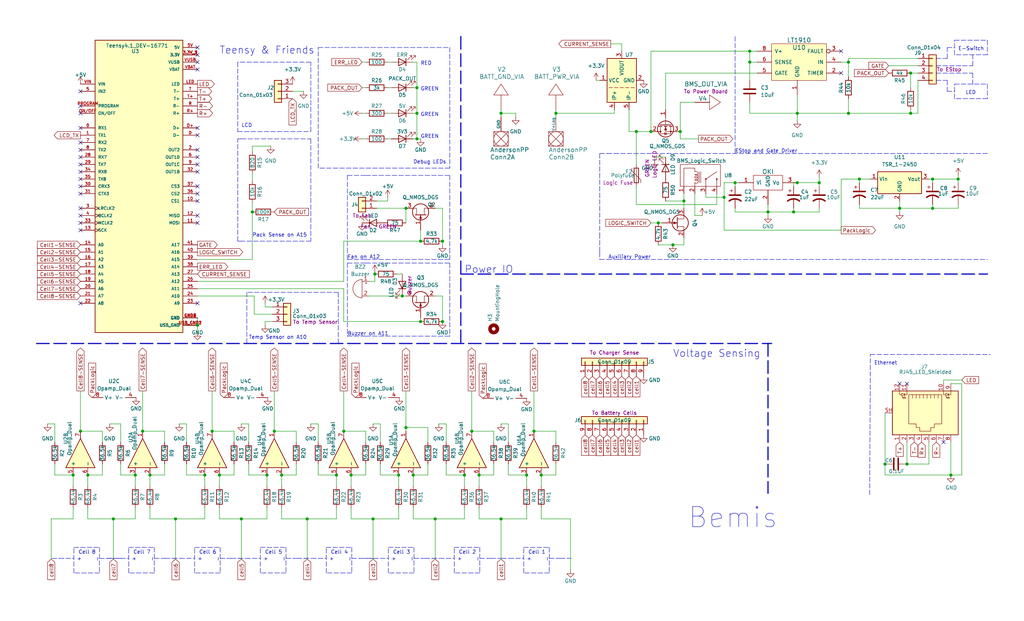
<source format=kicad_sch>
(kicad_sch (version 20211123) (generator eeschema)
  (paper "USLegal")
  (title_block (title "2023 BMS") (date "2022-09-22") (rev "1.0") (company "MRDT - Drew Wellen, Jesse Deuel"))
  (junction (at 323.85 72.39))
  (junction (at 95.25 149.86))
  (junction (at 138.43 165.1))
  (junction (at 151.13 180.34))
  (junction (at 161.29 165.1))
  (junction (at 233.68 85.09))
  (junction (at 266.7 73.66))
  (junction (at 144.78 30.48))
  (junction (at 226.06 45.72))
  (junction (at 294.64 39.37))
  (junction (at 312.42 72.39))
  (junction (at 46.99 165.1))
  (junction (at 187.96 165.1))
  (junction (at 140.97 148.59))
  (junction (at 49.53 149.86))
  (junction (at 236.22 45.72))
  (junction (at 323.85 62.23))
  (junction (at 130.175 95.25))
  (junction (at 260.35 17.78))
  (junction (at 153.67 83.82))
  (junction (at 27.94 149.86))
  (junction (at 220.98 45.72))
  (junction (at 316.23 39.37))
  (junction (at 144.78 48.26))
  (junction (at 153.67 111.76))
  (junction (at 68.58 113.03))
  (junction (at 182.88 165.1))
  (junction (at 173.99 180.34))
  (junction (at 237.49 69.85))
  (junction (at 146.05 111.76))
  (junction (at 228.6 77.47))
  (junction (at 294.64 21.59))
  (junction (at 284.48 63.5))
  (junction (at 173.99 39.37))
  (junction (at 121.92 165.1))
  (junction (at 71.12 165.1))
  (junction (at 146.05 83.82))
  (junction (at 332.74 62.23))
  (junction (at 25.4 165.1))
  (junction (at 139.7 102.87))
  (junction (at 193.04 39.37))
  (junction (at 52.07 165.1))
  (junction (at 276.86 63.5))
  (junction (at 298.45 62.23))
  (junction (at 39.37 180.34))
  (junction (at 83.82 180.34))
  (junction (at 106.68 180.34))
  (junction (at 260.35 21.59))
  (junction (at 275.59 73.66))
  (junction (at 116.84 165.1))
  (junction (at 163.83 149.86))
  (junction (at 119.38 149.86))
  (junction (at 73.66 149.86))
  (junction (at 30.48 165.1))
  (junction (at 140.97 72.39))
  (junction (at 60.96 180.34))
  (junction (at 76.2 165.1))
  (junction (at 143.51 165.1))
  (junction (at 330.2 165.1))
  (junction (at 92.71 165.1))
  (junction (at 166.37 165.1))
  (junction (at 87.63 73.66))
  (junction (at 314.96 161.29))
  (junction (at 307.34 161.29))
  (junction (at 276.86 39.37))
  (junction (at 255.27 63.5))
  (junction (at 251.46 68.58))
  (junction (at 97.79 165.1))
  (junction (at 185.42 149.86))
  (junction (at 316.23 25.4))
  (junction (at 129.54 180.34))
  (junction (at 144.78 39.37))
  (no_connect (at 312.42 133.35))
  (no_connect (at 27.94 105.41))
  (no_connect (at 68.58 77.47))
  (no_connect (at 68.58 74.93))
  (no_connect (at 27.94 44.45))
  (no_connect (at 27.94 49.53))
  (no_connect (at 27.94 52.07))
  (no_connect (at 27.94 54.61))
  (no_connect (at 27.94 57.15))
  (no_connect (at 27.94 59.69))
  (no_connect (at 27.94 62.23))
  (no_connect (at 27.94 64.77))
  (no_connect (at 68.58 69.85))
  (no_connect (at 68.58 67.31))
  (no_connect (at 68.58 64.77))
  (no_connect (at 68.58 59.69))
  (no_connect (at 68.58 57.15))
  (no_connect (at 68.58 54.61))
  (no_connect (at 68.58 52.07))
  (no_connect (at 68.58 21.59))
  (no_connect (at 68.58 24.13))
  (no_connect (at 27.94 31.75))
  (no_connect (at 27.94 36.83))
  (no_connect (at 27.94 39.37))
  (no_connect (at 27.94 67.31))
  (no_connect (at 27.94 72.39))
  (no_connect (at 27.94 74.93))
  (no_connect (at 27.94 77.47))
  (no_connect (at 27.94 80.01))
  (no_connect (at 68.58 16.51))
  (no_connect (at 327.66 153.67))
  (no_connect (at 292.1 17.78))
  (no_connect (at 292.1 25.4))
  (no_connect (at 68.58 105.41))
  (no_connect (at 68.58 19.05))
  (no_connect (at 68.58 44.45))
  (no_connect (at 68.58 46.99))
  (no_connect (at 314.96 133.35))
  (polyline (pts (xy 325.12 27.94) (xy 328.93 27.94)))
  (wire (pts (xy 193.04 149.86) (xy 185.42 149.86)))
  (wire (pts (xy 88.265 102.87) (xy 88.265 109.22)))
  (polyline (pts (xy 181.864 190.246) (xy 190.754 190.246)))
  (wire (pts (xy 193.04 161.29) (xy 193.04 165.1)))
  (wire (pts (xy 143.51 30.48) (xy 144.78 30.48)))
  (wire (pts (xy 171.45 165.1) (xy 166.37 165.1)))
  (wire (pts (xy 25.4 165.1) (xy 25.4 168.91)))
  (wire (pts (xy 92.71 165.1) (xy 92.71 168.91)))
  (wire (pts (xy 86.36 147.32) (xy 83.82 147.32)))
  (wire (pts (xy 276.86 63.5) (xy 284.48 63.5)))
  (wire (pts (xy 213.36 38.1) (xy 213.36 39.37)))
  (polyline (pts (xy 120.65 91.44) (xy 127 91.44)))
  (wire (pts (xy 292.1 80.01) (xy 251.46 80.01)))
  (polyline (pts (xy 117.475 101.6) (xy 85.725 101.6)))
  (wire (pts (xy 57.15 161.29) (xy 57.15 165.1)))
  (wire (pts (xy 140.97 135.89) (xy 140.97 148.59)))
  (wire (pts (xy 260.35 21.59) (xy 260.35 27.94)))
  (wire (pts (xy 176.53 165.1) (xy 182.88 165.1)))
  (wire (pts (xy 127 153.67) (xy 127 149.86)))
  (wire (pts (xy 92.075 111.76) (xy 94.615 111.76)))
  (wire (pts (xy 132.08 147.32) (xy 129.54 147.32)))
  (wire (pts (xy 307.34 143.51) (xy 307.34 161.29)))
  (wire (pts (xy 294.64 34.29) (xy 294.64 39.37)))
  (wire (pts (xy 255.27 63.5) (xy 255.27 64.77)))
  (wire (pts (xy 332.74 62.23) (xy 332.74 63.5)))
  (wire (pts (xy 110.49 165.1) (xy 116.84 165.1)))
  (polyline (pts (xy 337.82 25.4) (xy 337.82 29.21)))
  (wire (pts (xy 318.77 27.94) (xy 318.77 39.37)))
  (polyline (pts (xy 174.244 194.056) (xy 176.784 194.056)))
  (wire (pts (xy 220.98 71.12) (xy 248.92 71.12)))
  (polyline (pts (xy 117.475 119.38) (xy 117.475 101.6)))
  (polyline (pts (xy 328.93 27.94) (xy 328.93 31.75)))
  (wire (pts (xy 241.3 67.31) (xy 241.3 74.93)))
  (wire (pts (xy 322.58 161.29) (xy 314.96 161.29)))
  (wire (pts (xy 92.075 106.68) (xy 92.075 105.41)))
  (polyline (pts (xy 210.82 53.34) (xy 214.63 53.34)))
  (wire (pts (xy 171.45 153.67) (xy 171.45 149.86)))
  (wire (pts (xy 276.86 33.02) (xy 276.86 39.37)))
  (polyline (pts (xy 302.26 123.19) (xy 343.916 123.19)))
  (wire (pts (xy 218.44 45.72) (xy 218.44 38.1)))
  (wire (pts (xy 298.45 71.12) (xy 298.45 72.39)))
  (wire (pts (xy 81.28 149.86) (xy 73.66 149.86)))
  (polyline (pts (xy 39.624 194.056) (xy 44.704 194.056)))
  (wire (pts (xy 255.27 73.66) (xy 255.27 72.39)))
  (polyline (pts (xy 156.21 91.44) (xy 156.21 116.84)))
  (wire (pts (xy 298.45 62.23) (xy 302.26 62.23)))
  (wire (pts (xy 25.4 180.34) (xy 17.78 180.34)))
  (wire (pts (xy 129.54 180.34) (xy 121.92 180.34)))
  (wire (pts (xy 276.86 39.37) (xy 276.86 41.91)))
  (polyline (pts (xy 134.874 199.136) (xy 134.874 190.246)))
  (polyline (pts (xy 67.564 199.136) (xy 67.564 190.246)))
  (wire (pts (xy 62.23 147.32) (xy 64.77 147.32)))
  (wire (pts (xy 134.62 69.85) (xy 134.62 68.58)))
  (wire (pts (xy 154.94 165.1) (xy 154.94 161.29)))
  (wire (pts (xy 334.01 133.35) (xy 330.2 133.35)))
  (wire (pts (xy 81.28 161.29) (xy 81.28 165.1)))
  (polyline (pts (xy 12.7 119.38) (xy 267.97 119.38)) (stroke (width 0.4)))
  (wire (pts (xy 144.78 39.37) (xy 144.78 30.48)))
  (wire (pts (xy 87.63 70.485) (xy 87.63 73.66)))
  (wire (pts (xy 137.795 95.25) (xy 139.7 95.25)))
  (polyline (pts (xy 53.594 199.136) (xy 44.704 199.136)))
  (polyline (pts (xy 62.484 194.056) (xy 67.564 194.056)))
  (wire (pts (xy 275.59 72.39) (xy 275.59 73.66)))
  (wire (pts (xy 102.87 165.1) (xy 97.79 165.1)))
  (wire (pts (xy 94.615 106.68) (xy 92.075 106.68)))
  (polyline (pts (xy 127 90.17) (xy 156.21 90.17)))
  (wire (pts (xy 125.73 30.48) (xy 127 30.48)))
  (wire (pts (xy 30.48 180.34) (xy 30.48 176.53)))
  (wire (pts (xy 236.22 35.56) (xy 236.22 45.72)))
  (wire (pts (xy 173.99 180.34) (xy 166.37 180.34)))
  (polyline (pts (xy 147.574 194.056) (xy 151.384 194.056)))
  (wire (pts (xy 292.1 62.23) (xy 298.45 62.23)))
  (wire (pts (xy 64.77 161.29) (xy 64.77 165.1)))
  (wire (pts (xy 19.05 147.32) (xy 19.05 153.67)))
  (wire (pts (xy 125.73 39.37) (xy 127 39.37)))
  (wire (pts (xy 49.53 135.89) (xy 49.53 149.86)))
  (wire (pts (xy 237.49 67.31) (xy 237.49 69.85)))
  (wire (pts (xy 41.91 147.32) (xy 41.91 153.67)))
  (wire (pts (xy 41.91 165.1) (xy 46.99 165.1)))
  (wire (pts (xy 323.85 62.23) (xy 323.85 63.5)))
  (wire (pts (xy 106.68 180.34) (xy 106.68 194.31)))
  (wire (pts (xy 226.06 77.47) (xy 228.6 77.47)))
  (polyline (pts (xy 266.7 119.38) (xy 266.7 171.45)) (stroke (width 0.4)))
  (wire (pts (xy 173.99 38.1) (xy 173.99 39.37)))
  (polyline (pts (xy 122.174 194.056) (xy 125.984 194.056)))
  (wire (pts (xy 151.13 180.34) (xy 151.13 194.31)))
  (polyline (pts (xy 34.544 199.136) (xy 25.654 199.136)))
  (wire (pts (xy 187.96 176.53) (xy 187.96 180.34)))
  (wire (pts (xy 116.84 176.53) (xy 116.84 180.34)))
  (polyline (pts (xy 160.02 95.25) (xy 342.9 95.25)) (stroke (width 0.4)))
  (wire (pts (xy 19.05 165.1) (xy 25.4 165.1)))
  (polyline (pts (xy 80.264 194.056) (xy 84.074 194.056)))
  (wire (pts (xy 35.56 149.86) (xy 27.94 149.86)))
  (wire (pts (xy 163.83 135.89) (xy 163.83 149.86)))
  (wire (pts (xy 134.62 30.48) (xy 135.89 30.48)))
  (wire (pts (xy 16.51 147.32) (xy 19.05 147.32)))
  (wire (pts (xy 81.28 153.67) (xy 81.28 149.86)))
  (wire (pts (xy 182.88 176.53) (xy 182.88 180.34)))
  (polyline (pts (xy 337.82 22.86) (xy 337.82 19.05)))
  (polyline (pts (xy 38.354 194.056) (xy 42.164 194.056)))
  (wire (pts (xy 284.48 63.5) (xy 284.48 64.77)))
  (polyline (pts (xy 85.725 101.6) (xy 85.725 119.38)))
  (wire (pts (xy 68.58 90.17) (xy 87.63 90.17)))
  (wire (pts (xy 86.36 165.1) (xy 86.36 161.29)))
  (polyline (pts (xy 108.204 194.056) (xy 113.284 194.056)))
  (wire (pts (xy 318.77 20.32) (xy 294.64 20.32)))
  (wire (pts (xy 119.38 83.82) (xy 146.05 83.82)))
  (wire (pts (xy 92.075 113.03) (xy 92.075 111.76)))
  (wire (pts (xy 193.04 165.1) (xy 187.96 165.1)))
  (wire (pts (xy 92.71 165.1) (xy 86.36 165.1)))
  (polyline (pts (xy 127 116.84) (xy 156.21 116.84)))
  (wire (pts (xy 284.48 72.39) (xy 284.48 73.66)))
  (polyline (pts (xy 82.55 83.82) (xy 82.55 48.26)))
  (wire (pts (xy 316.23 25.4) (xy 318.77 25.4)))
  (wire (pts (xy 260.35 17.78) (xy 260.35 21.59)))
  (polyline (pts (xy 208.28 81.28) (xy 208.28 87.63)))
  (polyline (pts (xy 110.49 16.51) (xy 156.21 16.51)))
  (polyline (pts (xy 120.65 60.96) (xy 120.65 86.36)))
  (wire (pts (xy 327.66 133.35) (xy 327.66 132.08)))
  (wire (pts (xy 220.98 45.72) (xy 226.06 45.72)))
  (wire (pts (xy 161.29 165.1) (xy 154.94 165.1)))
  (polyline (pts (xy 208.28 53.34) (xy 210.82 53.34)))
  (wire (pts (xy 68.58 100.33) (xy 119.38 100.33)))
  (wire (pts (xy 182.88 165.1) (xy 182.88 168.91)))
  (wire (pts (xy 76.2 180.34) (xy 76.2 176.53)))
  (polyline (pts (xy 325.12 22.86) (xy 337.82 22.86)))
  (wire (pts (xy 128.27 102.87) (xy 139.7 102.87)))
  (wire (pts (xy 193.04 38.1) (xy 193.04 39.37)))
  (polyline (pts (xy 83.82 48.26) (xy 107.95 48.26)))
  (wire (pts (xy 140.97 148.59) (xy 140.97 149.86)))
  (wire (pts (xy 236.22 48.26) (xy 236.22 45.72)))
  (wire (pts (xy 102.87 149.86) (xy 95.25 149.86)))
  (wire (pts (xy 161.29 165.1) (xy 161.29 168.91)))
  (wire (pts (xy 41.91 161.29) (xy 41.91 165.1)))
  (wire (pts (xy 17.78 180.34) (xy 17.78 194.31)))
  (wire (pts (xy 327.66 132.08) (xy 334.01 132.08)))
  (polyline (pts (xy 37.084 194.056) (xy 39.624 194.056)))
  (polyline (pts (xy 331.47 29.21) (xy 342.9 29.21)))
  (polyline (pts (xy 181.864 199.136) (xy 181.864 190.246)))
  (wire (pts (xy 125.73 21.59) (xy 127 21.59)))
  (wire (pts (xy 226.06 17.78) (xy 226.06 45.72)))
  (wire (pts (xy 245.11 67.31) (xy 245.11 68.58)))
  (polyline (pts (xy 166.624 199.136) (xy 157.734 199.136)))
  (wire (pts (xy 316.23 39.37) (xy 318.77 39.37)))
  (wire (pts (xy 60.96 180.34) (xy 60.96 194.31)))
  (wire (pts (xy 330.2 165.1) (xy 334.01 165.1)))
  (wire (pts (xy 176.53 147.32) (xy 176.53 153.67)))
  (wire (pts (xy 71.12 165.1) (xy 71.12 168.91)))
  (wire (pts (xy 86.36 153.67) (xy 86.36 147.32)))
  (polyline (pts (xy 156.21 60.96) (xy 156.21 86.36)))
  (wire (pts (xy 198.12 180.34) (xy 187.96 180.34)))
  (polyline (pts (xy 331.47 19.05) (xy 331.47 13.97)))
  (wire (pts (xy 102.87 161.29) (xy 102.87 165.1)))
  (wire (pts (xy 127 149.86) (xy 119.38 149.86)))
  (polyline (pts (xy 25.654 199.136) (xy 25.654 190.246)))
  (wire (pts (xy 307.34 165.1) (xy 330.2 165.1)))
  (polyline (pts (xy 20.574 194.056) (xy 25.654 194.056)))
  (wire (pts (xy 314.96 153.67) (xy 314.96 161.29)))
  (wire (pts (xy 284.48 63.5) (xy 284.48 61.595)))
  (wire (pts (xy 242.57 48.26) (xy 236.22 48.26)))
  (wire (pts (xy 132.08 165.1) (xy 138.43 165.1)))
  (wire (pts (xy 332.74 72.39) (xy 323.85 72.39)))
  (wire (pts (xy 185.42 135.89) (xy 185.42 149.86)))
  (wire (pts (xy 251.46 68.58) (xy 251.46 80.01)))
  (polyline (pts (xy 156.21 16.51) (xy 156.21 58.42)))
  (wire (pts (xy 39.37 180.34) (xy 39.37 194.31)))
  (wire (pts (xy 57.15 165.1) (xy 52.07 165.1)))
  (wire (pts (xy 107.95 147.32) (xy 110.49 147.32)))
  (polyline (pts (xy 166.624 190.246) (xy 166.624 199.136)))
  (wire (pts (xy 153.67 102.87) (xy 153.67 111.76)))
  (wire (pts (xy 143.51 180.34) (xy 143.51 176.53)))
  (wire (pts (xy 241.3 74.93) (xy 243.84 74.93)))
  (wire (pts (xy 134.62 48.26) (xy 135.89 48.26)))
  (polyline (pts (xy 166.624 194.056) (xy 170.434 194.056)))
  (wire (pts (xy 151.13 72.39) (xy 153.67 72.39)))
  (wire (pts (xy 266.7 73.66) (xy 266.7 74.93)))
  (wire (pts (xy 39.37 180.34) (xy 30.48 180.34)))
  (polyline (pts (xy 160.02 12.7) (xy 160.02 119.38)) (stroke (width 0.4)))
  (polyline (pts (xy 150.114 194.056) (xy 152.654 194.056)))
  (wire (pts (xy 130.81 69.85) (xy 134.62 69.85)))
  (wire (pts (xy 228.6 77.47) (xy 229.87 77.47)))
  (wire (pts (xy 275.59 63.5) (xy 276.86 63.5)))
  (wire (pts (xy 260.35 35.56) (xy 260.35 39.37)))
  (wire (pts (xy 130.175 94.615) (xy 130.175 95.25)))
  (wire (pts (xy 143.51 48.26) (xy 144.78 48.26)))
  (wire (pts (xy 25.4 176.53) (xy 25.4 180.34)))
  (wire (pts (xy 110.49 161.29) (xy 110.49 165.1)))
  (wire (pts (xy 298.45 72.39) (xy 312.42 72.39)))
  (wire (pts (xy 294.64 39.37) (xy 316.23 39.37)))
  (wire (pts (xy 171.45 149.86) (xy 163.83 149.86)))
  (polyline (pts (xy 208.28 90.17) (xy 210.82 90.17)))
  (wire (pts (xy 68.58 102.87) (xy 88.265 102.87)))
  (wire (pts (xy 166.37 165.1) (xy 166.37 168.91)))
  (wire (pts (xy 87.63 62.865) (xy 87.63 60.325)))
  (polyline (pts (xy 113.284 190.246) (xy 122.174 190.246)))
  (wire (pts (xy 231.14 25.4) (xy 262.89 25.4)))
  (polyline (pts (xy 190.754 190.246) (xy 190.754 199.136)))
  (wire (pts (xy 119.38 135.89) (xy 119.38 149.86)))
  (wire (pts (xy 323.85 71.12) (xy 323.85 72.39)))
  (wire (pts (xy 148.59 161.29) (xy 148.59 165.1)))
  (wire (pts (xy 134.62 21.59) (xy 135.89 21.59)))
  (wire (pts (xy 87.63 73.66) (xy 87.63 90.17)))
  (wire (pts (xy 227.33 54.61) (xy 231.14 54.61)))
  (wire (pts (xy 83.82 180.34) (xy 76.2 180.34)))
  (wire (pts (xy 148.59 148.59) (xy 140.97 148.59)))
  (polyline (pts (xy 99.314 194.056) (xy 103.124 194.056)))
  (polyline (pts (xy 85.344 194.056) (xy 90.424 194.056)))
  (wire (pts (xy 193.04 39.37) (xy 193.04 40.64)))
  (polyline (pts (xy 331.47 34.29) (xy 331.47 29.21)))
  (wire (pts (xy 143.51 21.59) (xy 144.78 21.59)))
  (polyline (pts (xy 342.9 34.29) (xy 331.47 34.29)))
  (wire (pts (xy 92.71 176.53) (xy 92.71 180.34)))
  (polyline (pts (xy 127 60.96) (xy 156.21 60.96)))
  (wire (pts (xy 236.22 35.56) (xy 241.3 35.56)))
  (polyline (pts (xy 342.9 13.97) (xy 342.9 19.05)))
  (wire (pts (xy 119.38 97.79) (xy 119.38 83.82)))
  (wire (pts (xy 323.85 72.39) (xy 312.42 72.39)))
  (polyline (pts (xy 127.254 194.056) (xy 129.794 194.056)))
  (wire (pts (xy 260.35 39.37) (xy 276.86 39.37)))
  (wire (pts (xy 144.78 48.26) (xy 146.05 48.26)))
  (wire (pts (xy 266.7 73.66) (xy 255.27 73.66)))
  (polyline (pts (xy 331.47 13.97) (xy 342.9 13.97)))
  (wire (pts (xy 121.92 180.34) (xy 121.92 176.53)))
  (polyline (pts (xy 190.754 199.136) (xy 181.864 199.136)))
  (wire (pts (xy 154.94 153.67) (xy 154.94 147.32)))
  (polyline (pts (xy 25.654 190.246) (xy 34.544 190.246)))
  (polyline (pts (xy 110.49 58.42) (xy 110.49 16.51)))
  (wire (pts (xy 46.99 180.34) (xy 39.37 180.34)))
  (polyline (pts (xy 170.434 194.056) (xy 174.244 194.056)))
  (wire (pts (xy 215.9 15.24) (xy 212.09 15.24)))
  (wire (pts (xy 127 161.29) (xy 127 165.1)))
  (polyline (pts (xy 214.63 90.17) (xy 342.9 90.17)))
  (wire (pts (xy 38.1 147.32) (xy 41.91 147.32)))
  (wire (pts (xy 332.74 62.23) (xy 332.74 60.96)))
  (polyline (pts (xy 120.65 90.17) (xy 127 90.17)))
  (wire (pts (xy 292.1 21.59) (xy 294.64 21.59)))
  (polyline (pts (xy 156.21 58.42) (xy 110.49 58.42)))
  (wire (pts (xy 146.05 110.49) (xy 146.05 111.76)))
  (wire (pts (xy 27.94 135.89) (xy 27.94 149.86)))
  (polyline (pts (xy 325.12 25.4) (xy 337.82 25.4)))
  (wire (pts (xy 73.66 135.89) (xy 73.66 149.86)))
  (wire (pts (xy 182.88 180.34) (xy 173.99 180.34)))
  (wire (pts (xy 57.15 153.67) (xy 57.15 149.86)))
  (polyline (pts (xy 328.93 31.75) (xy 331.47 31.75)))
  (wire (pts (xy 332.74 71.12) (xy 332.74 72.39)))
  (wire (pts (xy 148.59 165.1) (xy 143.51 165.1)))
  (wire (pts (xy 228.6 85.09) (xy 233.68 85.09)))
  (wire (pts (xy 330.2 153.67) (xy 330.2 165.1)))
  (wire (pts (xy 119.38 111.76) (xy 146.05 111.76)))
  (wire (pts (xy 294.64 21.59) (xy 294.64 26.67)))
  (wire (pts (xy 106.68 180.34) (xy 97.79 180.34)))
  (polyline (pts (xy 67.564 190.246) (xy 76.454 190.246)))
  (wire (pts (xy 220.98 45.72) (xy 218.44 45.72)))
  (polyline (pts (xy 342.9 29.21) (xy 342.9 34.29)))
  (wire (pts (xy 193.04 153.67) (xy 193.04 149.86)))
  (polyline (pts (xy 107.95 45.72) (xy 107.95 21.59)))
  (polyline (pts (xy 113.284 199.136) (xy 113.284 190.246)))
  (polyline (pts (xy 44.704 190.246) (xy 53.594 190.246)))
  (polyline (pts (xy 120.65 91.44) (xy 120.65 116.84)))
  (wire (pts (xy 334.01 133.35) (xy 334.01 165.1)))
  (polyline (pts (xy 44.704 199.136) (xy 44.704 190.246)))
  (wire (pts (xy 128.27 97.79) (xy 130.175 97.79)))
  (wire (pts (xy 129.54 180.34) (xy 129.54 194.31)))
  (polyline (pts (xy 342.9 19.05) (xy 331.47 19.05)))
  (wire (pts (xy 87.63 50.8) (xy 93.98 50.8)))
  (polyline (pts (xy 82.55 21.59) (xy 82.55 45.72)))
  (polyline (pts (xy 34.544 190.246) (xy 34.544 199.136)))
  (wire (pts (xy 19.05 161.29) (xy 19.05 165.1)))
  (wire (pts (xy 130.81 72.39) (xy 140.97 72.39)))
  (polyline (pts (xy 143.764 194.056) (xy 147.574 194.056)))
  (wire (pts (xy 143.51 39.37) (xy 144.78 39.37)))
  (polyline (pts (xy 18.034 194.056) (xy 20.574 194.056)))
  (wire (pts (xy 215.9 17.78) (xy 215.9 15.24)))
  (wire (pts (xy 46.99 165.1) (xy 46.99 168.91)))
  (wire (pts (xy 132.08 161.29) (xy 132.08 165.1)))
  (wire (pts (xy 35.56 161.29) (xy 35.56 165.1)))
  (polyline (pts (xy 103.124 194.056) (xy 106.934 194.056)))
  (wire (pts (xy 76.2 165.1) (xy 76.2 168.91)))
  (wire (pts (xy 220.98 64.77) (xy 220.98 71.12)))
  (polyline (pts (xy 152.654 194.056) (xy 157.734 194.056)))
  (wire (pts (xy 101.6 31.75) (xy 105.41 31.75)))
  (wire (pts (xy 226.06 17.78) (xy 260.35 17.78)))
  (wire (pts (xy 138.43 165.1) (xy 138.43 168.91)))
  (polyline (pts (xy 127 91.44) (xy 156.21 91.44)))
  (polyline (pts (xy 122.174 199.136) (xy 113.284 199.136)))
  (wire (pts (xy 227.33 55.88) (xy 227.33 54.61)))
  (wire (pts (xy 30.48 165.1) (xy 30.48 168.91)))
  (polyline (pts (xy 90.424 199.136) (xy 90.424 190.246)))
  (wire (pts (xy 30.48 165.1) (xy 35.56 165.1)))
  (wire (pts (xy 60.96 180.34) (xy 52.07 180.34)))
  (polyline (pts (xy 208.28 87.63) (xy 208.28 90.17)))
  (wire (pts (xy 154.94 147.32) (xy 152.4 147.32)))
  (polyline (pts (xy 328.93 16.51) (xy 331.47 16.51)))
  (wire (pts (xy 71.12 176.53) (xy 71.12 180.34)))
  (wire (pts (xy 260.35 17.78) (xy 262.89 17.78)))
  (wire (pts (xy 68.58 110.49) (xy 68.58 113.03)))
  (wire (pts (xy 121.92 165.1) (xy 121.92 168.91)))
  (wire (pts (xy 68.58 113.03) (xy 68.58 115.57)))
  (polyline (pts (xy 210.82 90.17) (xy 214.63 90.17)))
  (wire (pts (xy 68.58 97.79) (xy 119.38 97.79)))
  (polyline (pts (xy 302.006 171.958) (xy 302.26 123.19)))
  (wire (pts (xy 307.34 161.29) (xy 307.34 165.1)))
  (wire (pts (xy 64.77 147.32) (xy 64.77 153.67)))
  (polyline (pts (xy 328.93 20.32) (xy 328.93 16.51)))
  (polyline (pts (xy 120.65 86.36) (xy 120.65 90.17)))
  (wire (pts (xy 312.42 69.85) (xy 312.42 72.39)))
  (wire (pts (xy 248.92 71.12) (xy 248.92 67.31)))
  (polyline (pts (xy 255.27 12.7) (xy 255.27 53.34)))
  (wire (pts (xy 316.23 25.4) (xy 316.23 30.48)))
  (wire (pts (xy 153.67 72.39) (xy 153.67 83.82)))
  (polyline (pts (xy 190.754 194.056) (xy 194.564 194.056)))
  (wire (pts (xy 275.59 73.66) (xy 284.48 73.66)))
  (wire (pts (xy 132.08 153.67) (xy 132.08 147.32)))
  (wire (pts (xy 148.59 153.67) (xy 148.59 148.59)))
  (wire (pts (xy 308.61 22.86) (xy 318.77 22.86)))
  (wire (pts (xy 134.62 39.37) (xy 135.89 39.37)))
  (polyline (pts (xy 129.794 194.056) (xy 134.874 194.056)))
  (wire (pts (xy 127 165.1) (xy 121.92 165.1)))
  (wire (pts (xy 275.59 63.5) (xy 275.59 64.77)))
  (polyline (pts (xy 76.454 199.136) (xy 67.564 199.136)))
  (wire (pts (xy 220.98 45.72) (xy 220.98 57.15)))
  (wire (pts (xy 153.67 83.82) (xy 153.67 85.09)))
  (polyline (pts (xy 53.594 194.056) (xy 57.404 194.056)))
  (polyline (pts (xy 143.764 199.136) (xy 134.874 199.136)))
  (wire (pts (xy 116.84 180.34) (xy 106.68 180.34)))
  (wire (pts (xy 260.35 21.59) (xy 262.89 21.59)))
  (polyline (pts (xy 82.55 48.26) (xy 83.82 48.26)))
  (wire (pts (xy 138.43 180.34) (xy 129.54 180.34)))
  (polyline (pts (xy 82.55 83.82) (xy 83.82 83.82)))
  (polyline (pts (xy 208.28 53.34) (xy 208.28 81.28)))
  (wire (pts (xy 312.42 72.39) (xy 312.42 73.66)))
  (wire (pts (xy 83.82 180.34) (xy 83.82 194.31)))
  (polyline (pts (xy 99.314 190.246) (xy 99.314 199.136)))
  (polyline (pts (xy 105.664 194.056) (xy 108.204 194.056)))
  (wire (pts (xy 207.01 27.94) (xy 208.28 27.94)))
  (wire (pts (xy 144.78 48.26) (xy 144.78 39.37)))
  (polyline (pts (xy 99.314 199.136) (xy 90.424 199.136)))
  (wire (pts (xy 166.37 180.34) (xy 166.37 176.53)))
  (wire (pts (xy 322.58 153.67) (xy 322.58 161.29)))
  (polyline (pts (xy 122.174 190.246) (xy 122.174 199.136)))
  (polyline (pts (xy 143.764 190.246) (xy 143.764 199.136)))
  (wire (pts (xy 143.51 165.1) (xy 143.51 168.91)))
  (wire (pts (xy 266.7 71.12) (xy 266.7 73.66)))
  (wire (pts (xy 322.58 62.23) (xy 323.85 62.23)))
  (wire (pts (xy 237.49 69.85) (xy 237.49 72.39)))
  (wire (pts (xy 139.7 102.87) (xy 140.97 102.87)))
  (polyline (pts (xy 90.424 190.246) (xy 99.314 190.246)))
  (wire (pts (xy 316.23 38.1) (xy 316.23 39.37)))
  (polyline (pts (xy 59.944 194.056) (xy 62.484 194.056)))
  (polyline (pts (xy 120.65 116.84) (xy 127 116.84)))
  (wire (pts (xy 88.265 109.22) (xy 94.615 109.22)))
  (polyline (pts (xy 157.734 190.246) (xy 166.624 190.246)))
  (wire (pts (xy 97.79 165.1) (xy 97.79 168.91)))
  (wire (pts (xy 323.85 62.23) (xy 332.74 62.23)))
  (wire (pts (xy 173.99 180.34) (xy 173.99 194.31)))
  (polyline (pts (xy 82.804 194.056) (xy 85.344 194.056)))
  (polyline (pts (xy 107.95 48.26) (xy 107.95 83.82)))
  (wire (pts (xy 87.63 52.705) (xy 87.63 50.8)))
  (wire (pts (xy 81.28 165.1) (xy 76.2 165.1)))
  (polyline (pts (xy 342.9 53.34) (xy 214.63 53.34)))
  (wire (pts (xy 102.87 153.67) (xy 102.87 149.86)))
  (wire (pts (xy 140.97 72.39) (xy 140.97 77.47)))
  (polyline (pts (xy 125.984 194.056) (xy 129.794 194.056)))
  (wire (pts (xy 237.49 82.55) (xy 237.49 85.09)))
  (wire (pts (xy 46.99 176.53) (xy 46.99 180.34)))
  (wire (pts (xy 151.13 102.87) (xy 153.67 102.87)))
  (wire (pts (xy 213.36 39.37) (xy 193.04 39.37)))
  (wire (pts (xy 255.27 63.5) (xy 256.54 63.5)))
  (wire (pts (xy 231.14 38.1) (xy 231.14 25.4)))
  (wire (pts (xy 161.29 176.53) (xy 161.29 180.34)))
  (wire (pts (xy 52.07 180.34) (xy 52.07 176.53)))
  (wire (pts (xy 179.07 39.37) (xy 179.07 40.64)))
  (polyline (pts (xy 34.544 194.056) (xy 38.354 194.056)))
  (wire (pts (xy 92.71 180.34) (xy 83.82 180.34)))
  (wire (pts (xy 276.86 39.37) (xy 294.64 39.37)))
  (polyline (pts (xy 325.12 20.32) (xy 328.93 20.32)))
  (wire (pts (xy 52.07 165.1) (xy 52.07 168.91)))
  (wire (pts (xy 110.49 147.32) (xy 110.49 153.67)))
  (wire (pts (xy 35.56 153.67) (xy 35.56 149.86)))
  (wire (pts (xy 292.1 80.01) (xy 292.1 62.23)))
  (wire (pts (xy 146.05 80.01) (xy 146.05 83.82)))
  (wire (pts (xy 251.46 63.5) (xy 255.27 63.5)))
  (polyline (pts (xy 53.594 190.246) (xy 53.594 199.136)))
  (polyline (pts (xy 156.21 86.36) (xy 156.21 90.17)))
  (wire (pts (xy 171.45 161.29) (xy 171.45 165.1)))
  (polyline (pts (xy 76.454 194.056) (xy 80.264 194.056)))
  (wire (pts (xy 251.46 63.5) (xy 251.46 68.58)))
  (wire (pts (xy 116.84 165.1) (xy 116.84 168.91)))
  (wire (pts (xy 245.11 68.58) (xy 251.46 68.58)))
  (wire (pts (xy 144.78 30.48) (xy 144.78 21.59)))
  (wire (pts (xy 298.45 62.23) (xy 298.45 63.5)))
  (wire (pts (xy 161.29 180.34) (xy 151.13 180.34)))
  (wire (pts (xy 57.15 149.86) (xy 49.53 149.86)))
  (wire (pts (xy 71.12 180.34) (xy 60.96 180.34)))
  (polyline (pts (xy 107.95 21.59) (xy 82.55 21.59)))
  (wire (pts (xy 125.73 48.26) (xy 127 48.26)))
  (polyline (pts (xy 76.454 190.246) (xy 76.454 199.136)))
  (wire (pts (xy 95.25 135.89) (xy 95.25 149.86)))
  (wire (pts (xy 138.43 176.53) (xy 138.43 180.34)))
  (wire (pts (xy 173.99 39.37) (xy 179.07 39.37)))
  (wire (pts (xy 275.59 73.66) (xy 266.7 73.66)))
  (wire (pts (xy 198.12 198.12) (xy 198.12 180.34)))
  (wire (pts (xy 176.53 161.29) (xy 176.53 165.1)))
  (polyline (pts (xy 120.65 60.96) (xy 127 60.96)))
  (wire (pts (xy 231.14 69.85) (xy 237.49 69.85)))
  (polyline (pts (xy 176.784 194.056) (xy 181.864 194.056)))
  (polyline (pts (xy 194.564 194.056) (xy 198.374 194.056)))
  (polyline (pts (xy 157.734 199.136) (xy 157.734 190.246)))
  (polyline (pts (xy 82.55 45.72) (xy 107.95 45.72)))
  (wire (pts (xy 130.175 95.25) (xy 130.175 97.79)))
  (polyline (pts (xy 57.404 194.056) (xy 61.214 194.056)))
  (wire (pts (xy 237.49 85.09) (xy 233.68 85.09)))
  (wire (pts (xy 119.38 111.76) (xy 119.38 100.33)))
  (wire (pts (xy 173.99 147.32) (xy 176.53 147.32)))
  (polyline (pts (xy 107.95 83.82) (xy 83.82 83.82)))
  (wire (pts (xy 97.79 180.34) (xy 97.79 176.53)))
  (wire (pts (xy 64.77 165.1) (xy 71.12 165.1)))
  (wire (pts (xy 173.99 39.37) (xy 173.99 40.64)))
  (wire (pts (xy 151.13 180.34) (xy 143.51 180.34)))
  (wire (pts (xy 187.96 165.1) (xy 187.96 168.91)))
  (wire (pts (xy 294.64 20.32) (xy 294.64 21.59)))
  (polyline (pts (xy 134.874 190.246) (xy 143.764 190.246)))
  (text "-" (at 122.174 195.326 90) (effects (font (size 1.27 1.27)) (justify left bottom)))
  (text "+" (at 160.274 195.326 90) (effects (font (size 1.27 1.27)) (justify left bottom)))
  (text "Debug LEDs" (at 143.51 57.15 0) (effects (font (size 1.27 1.27)) (justify left bottom)))
  (text "Auxiliary Power" (at 226.06 90.17 180) (effects (font (size 1.27 1.27)) (justify right bottom)))
  (text "+" (at 70.104 195.326 90) (effects (font (size 1.27 1.27)) (justify left bottom)))
  (text "Power IO" (at 161.29 95.25 0) (effects (font (size 2.5 2.5)) (justify left bottom)))
  (text "-" (at 76.454 195.326 90) (effects (font (size 1.27 1.27)) (justify left bottom)))
  (text "Pack Sense on A15" (at 87.63 82.55 0) (effects (font (size 1.27 1.27)) (justify left bottom)))
  (text "+" (at 184.404 195.326 90) (effects (font (size 1.27 1.27)) (justify left bottom)))
  (text "+" (at 137.414 195.326 90) (effects (font (size 1.27 1.27)) (justify left bottom)))
  (text "+" (at 28.194 195.326 90) (effects (font (size 1.27 1.27)) (justify left bottom)))
  (text "+" (at 47.244 195.326 90) (effects (font (size 1.27 1.27)) (justify left bottom)))
  (text "-" (at 34.544 195.326 90) (effects (font (size 1.27 1.27)) (justify left bottom)))
  (text "Cell 1" (at 189.484 192.786 180) (effects (font (size 1.27 1.27)) (justify right bottom)))
  (text "GREEN\n" (at 146.05 40.64 0) (effects (font (size 1.27 1.27)) (justify left bottom)))
  (text "Bemis" (at 238.76 184.15 0) (effects (font (size 7 7)) (justify left bottom)))
  (text "Temp Sensor on A10" (at 86.36 118.11 0) (effects (font (size 1.27 1.27)) (justify left bottom)))
  (text "-" (at 53.594 195.326 90) (effects (font (size 1.27 1.27)) (justify left bottom)))
  (text "EStop and Gate Driver" (at 255.27 53.34 0) (effects (font (size 1.27 1.27)) (justify left bottom)))
  (text "Cell 2" (at 165.354 192.786 180) (effects (font (size 1.27 1.27)) (justify right bottom)))
  (text "Cell 7" (at 52.324 192.786 180) (effects (font (size 1.27 1.27)) (justify right bottom)))
  (text "Cell 8\n" (at 33.274 192.786 180) (effects (font (size 1.27 1.27)) (justify right bottom)))
  (text "Buzzer on A11" (at 120.65 116.84 0) (effects (font (size 1.27 1.27)) (justify left bottom)))
  (text "Cell 3" (at 142.494 192.786 180) (effects (font (size 1.27 1.27)) (justify right bottom)))
  (text "Cell 5" (at 98.044 192.786 180) (effects (font (size 1.27 1.27)) (justify right bottom)))
  (text "+" (at 92.964 195.326 90) (effects (font (size 1.27 1.27)) (justify left bottom)))
  (text "RED" (at 146.05 22.86 0) (effects (font (size 1.27 1.27)) (justify left bottom)))
  (text "-" (at 99.314 195.326 90) (effects (font (size 1.27 1.27)) (justify left bottom)))
  (text "GREEN\n" (at 146.05 31.75 0) (effects (font (size 1.27 1.27)) (justify left bottom)))
  (text "+" (at 115.824 195.326 90) (effects (font (size 1.27 1.27)) (justify left bottom)))
  (text "LED" (at 335.28 33.02 0) (effects (font (size 1.27 1.27)) (justify left bottom)))
  (text "-" (at 190.754 195.326 90) (effects (font (size 1.27 1.27)) (justify left bottom)))
  (text "Fan on A12" (at 120.65 90.17 0) (effects (font (size 1.27 1.27)) (justify left bottom)))
  (text "Cell 6" (at 75.184 192.786 180) (effects (font (size 1.27 1.27)) (justify right bottom)))
  (text "-" (at 143.764 195.326 90) (effects (font (size 1.27 1.27)) (justify left bottom)))
  (text "-" (at 166.624 195.326 90) (effects (font (size 1.27 1.27)) (justify left bottom)))
  (text "LCD" (at 83.82 44.45 0) (effects (font (size 1.27 1.27)) (justify left bottom)))
  (text "Ethernet" (at 303.53 127 0) (effects (font (size 1.27 1.27)) (justify left bottom)))
  (text "E-Switch" (at 332.74 17.78 0) (effects (font (size 1.27 1.27)) (justify left bottom)))
  (text "Voltage Sensing" (at 233.68 124.46 0) (effects (font (size 2.5 2.5)) (justify left bottom)))
  (text "Teensy & Friends" (at 76.2 19.05 0) (effects (font (size 2.5 2.5)) (justify left bottom)))
  (text "GREEN\n" (at 146.05 48.26 0) (effects (font (size 1.27 1.27)) (justify left bottom)))
  (text "Cell 4" (at 120.904 192.786 180) (effects (font (size 1.27 1.27)) (justify right bottom)))
  (global_label "Cell4-SENSE" (shape input) (at 27.94 92.71 180) (property "Intersheet References" "${INTERSHEET_REFS}" (effects hide)))
  (global_label "PackLogic" (shape input) (at 123.444 138.176 90) (property "Intersheet References" "${INTERSHEET_REFS}" (effects hide)))
  (global_label "PackLogic" (shape input) (at 167.64 138.43 90) (property "Intersheet References" "${INTERSHEET_REFS}" (effects hide)))
  (global_label "R-" (shape output) (at 68.58 36.83 0) (property "Intersheet References" "${INTERSHEET_REFS}" (effects hide)))
  (global_label "Cell7-SENSE" (shape output) (at 49.53 135.89 90) (property "Intersheet References" "${INTERSHEET_REFS}" (effects hide)))
  (global_label "cell1" (shape input) (at 220.98 151.13 270) (property "Intersheet References" "${INTERSHEET_REFS}" (effects hide)))
  (global_label "PACK_OUT" (shape input) (at 125.73 30.48 180) (property "Intersheet References" "${INTERSHEET_REFS}" (effects hide)))
  (global_label "T+" (shape output) (at 68.58 34.29 0) (property "Intersheet References" "${INTERSHEET_REFS}" (effects hide)))
  (global_label "CURRENT_SENSE" (shape output) (at 212.09 15.24 180) (property "Intersheet References" "${INTERSHEET_REFS}" (effects hide)))
  (global_label "cell1" (shape input) (at 220.98 130.81 270) (property "Intersheet References" "${INTERSHEET_REFS}" (effects hide)))
  (global_label "cell2" (shape input) (at 151.13 194.31 270) (property "Intersheet References" "${INTERSHEET_REFS}" (effects hide)))
  (global_label "Cell3-SENSE" (shape input) (at 27.94 90.17 180) (property "Intersheet References" "${INTERSHEET_REFS}" (effects hide)))
  (global_label "Cell3-SENSE" (shape output) (at 140.97 135.89 90) (property "Intersheet References" "${INTERSHEET_REFS}" (effects hide)))
  (global_label "Cell4-SENSE" (shape output) (at 119.38 135.89 90) (property "Intersheet References" "${INTERSHEET_REFS}" (effects hide)))
  (global_label "cell5" (shape input) (at 210.82 151.13 270) (property "Intersheet References" "${INTERSHEET_REFS}" (effects hide)))
  (global_label "R-" (shape input) (at 325.12 153.67 270) (property "Intersheet References" "${INTERSHEET_REFS}" (effects hide)))
  (global_label "Cell5-SENSE" (shape output) (at 95.25 135.89 90) (property "Intersheet References" "${INTERSHEET_REFS}" (effects hide)))
  (global_label "CURRENT_SENSE" (shape input) (at 68.58 95.25 0) (property "Intersheet References" "${INTERSHEET_REFS}" (effects hide)))
  (global_label "T-" (shape input) (at 317.5 153.67 270) (property "Intersheet References" "${INTERSHEET_REFS}" (effects hide)))
  (global_label "call6" (shape input) (at 208.28 151.13 270) (property "Intersheet References" "${INTERSHEET_REFS}" (effects hide)))
  (global_label "GATE" (shape input) (at 308.61 22.86 180) (property "Intersheet References" "${INTERSHEET_REFS}" (effects hide)))
  (global_label "cell3" (shape input) (at 129.54 194.31 270) (property "Intersheet References" "${INTERSHEET_REFS}" (effects hide)))
  (global_label "T+" (shape input) (at 312.42 153.67 270) (property "Intersheet References" "${INTERSHEET_REFS}" (effects hide)))
  (global_label "PackLogic" (shape input) (at 77.724 138.176 90) (property "Intersheet References" "${INTERSHEET_REFS}" (effects hide)))
  (global_label "Cell6-SENSE" (shape input) (at 27.94 97.79 180) (property "Intersheet References" "${INTERSHEET_REFS}" (effects hide)))
  (global_label "Cell1-SENSE" (shape input) (at 27.94 85.09 180) (property "Intersheet References" "${INTERSHEET_REFS}" (effects hide)))
  (global_label "LED" (shape input) (at 334.01 132.08 0) (property "Intersheet References" "${INTERSHEET_REFS}" (effects hide)))
  (global_label "LCD_TX" (shape output) (at 27.94 46.99 180) (property "Intersheet References" "${INTERSHEET_REFS}" (effects hide)))
  (global_label "PackLogic" (shape output) (at 292.1 80.01 0) (property "Intersheet References" "${INTERSHEET_REFS}" (effects hide)))
  (global_label "T-" (shape output) (at 68.58 31.75 0) (property "Intersheet References" "${INTERSHEET_REFS}" (effects hide)))
  (global_label "cell7" (shape input) (at 205.74 130.81 270) (property "Intersheet References" "${INTERSHEET_REFS}" (effects hide)))
  (global_label "cell7" (shape input) (at 39.37 194.31 270) (property "Intersheet References" "${INTERSHEET_REFS}" (effects hide)))
  (global_label "Cell7-SENSE" (shape input) (at 27.94 100.33 180) (property "Intersheet References" "${INTERSHEET_REFS}" (effects hide)))
  (global_label "call6" (shape input) (at 208.28 130.81 270) (property "Intersheet References" "${INTERSHEET_REFS}" (effects hide)))
  (global_label "Cell1-SENSE" (shape output) (at 185.42 135.89 90) (property "Intersheet References" "${INTERSHEET_REFS}" (effects hide)))
  (global_label "cell4" (shape input) (at 106.68 194.31 270) (property "Intersheet References" "${INTERSHEET_REFS}" (effects hide)))
  (global_label "PackLogic" (shape input) (at 32.004 138.176 90) (property "Intersheet References" "${INTERSHEET_REFS}" (effects hide)))
  (global_label "cell8" (shape input) (at 203.2 151.13 270) (property "Intersheet References" "${INTERSHEET_REFS}" (effects hide)))
  (global_label "GATE" (shape output) (at 68.58 85.09 0) (property "Intersheet References" "${INTERSHEET_REFS}" (effects hide)))
  (global_label "cell7" (shape input) (at 205.74 151.13 270) (property "Intersheet References" "${INTERSHEET_REFS}" (effects hide)))
  (global_label "R+" (shape input) (at 320.04 153.67 270) (property "Intersheet References" "${INTERSHEET_REFS}" (effects hide)))
  (global_label "cell4" (shape input) (at 213.36 151.13 270) (property "Intersheet References" "${INTERSHEET_REFS}" (effects hide)))
  (global_label "LED" (shape output) (at 68.58 29.21 0) (property "Intersheet References" "${INTERSHEET_REFS}" (effects hide)))
  (global_label "cell3" (shape input) (at 215.9 130.81 270) (property "Intersheet References" "${INTERSHEET_REFS}" (effects hide)))
  (global_label "LOGIC_SWITCH" (shape input) (at 226.06 77.47 180) (property "Intersheet References" "${INTERSHEET_REFS}" (effects hide)))
  (global_label "cell4" (shape input) (at 213.36 130.81 270) (property "Intersheet References" "${INTERSHEET_REFS}" (effects hide)))
  (global_label "cell5" (shape input) (at 83.82 194.31 270) (property "Intersheet References" "${INTERSHEET_REFS}" (effects hide)))
  (global_label "R+" (shape output) (at 68.58 39.37 0) (property "Intersheet References" "${INTERSHEET_REFS}" (effects hide)))
  (global_label "Cell8-SENSE" (shape output) (at 27.94 135.89 90) (property "Intersheet References" "${INTERSHEET_REFS}" (effects hide)))
  (global_label "PACK_OUT" (shape input) (at 95.25 73.66 0) (property "Intersheet References" "${INTERSHEET_REFS}" (effects hide)))
  (global_label "LCD_TX" (shape input) (at 101.6 34.29 270) (property "Intersheet References" "${INTERSHEET_REFS}" (effects hide)))
  (global_label "cell2" (shape input) (at 218.44 151.13 270) (property "Intersheet References" "${INTERSHEET_REFS}" (effects hide)))
  (global_label "cell5" (shape input) (at 210.82 130.81 270) (property "Intersheet References" "${INTERSHEET_REFS}" (effects hide)))
  (global_label "ERR_LED" (shape output) (at 68.58 92.71 0) (property "Intersheet References" "${INTERSHEET_REFS}" (effects hide)))
  (global_label "PACK_OUT" (shape input) (at 308.61 25.4 180) (property "Intersheet References" "${INTERSHEET_REFS}" (effects hide)))
  (global_label "Cell2-SENSE" (shape input) (at 27.94 87.63 180) (property "Intersheet References" "${INTERSHEET_REFS}" (effects hide)))
  (global_label "cell1" (shape input) (at 173.99 194.31 270) (property "Intersheet References" "${INTERSHEET_REFS}" (effects hide)))
  (global_label "ERR_LED" (shape input) (at 125.73 21.59 180) (property "Intersheet References" "${INTERSHEET_REFS}" (effects hide)))
  (global_label "cell3" (shape input) (at 215.9 151.13 270) (property "Intersheet References" "${INTERSHEET_REFS}" (effects hide)))
  (global_label "PACK_OUT" (shape output) (at 242.57 48.26 0) (property "Intersheet References" "${INTERSHEET_REFS}" (effects hide)))
  (global_label "Cell8-SENSE" (shape input) (at 27.94 102.87 180) (property "Intersheet References" "${INTERSHEET_REFS}" (effects hide)))
  (global_label "Cell2-SENSE" (shape output) (at 163.83 135.89 90) (property "Intersheet References" "${INTERSHEET_REFS}" (effects hide)))
  (global_label "LOGIC_SWITCH" (shape output) (at 68.58 87.63 0) (property "Intersheet References" "${INTERSHEET_REFS}" (effects hide)))
  (global_label "Cell6-SENSE" (shape output) (at 73.66 135.89 90) (property "Intersheet References" "${INTERSHEET_REFS}" (effects hide)))
  (global_label "cell8" (shape input) (at 17.78 194.31 270) (property "Intersheet References" "${INTERSHEET_REFS}" (effects hide)))
  (global_label "Cell5-SENSE" (shape input) (at 27.94 95.25 180) (property "Intersheet References" "${INTERSHEET_REFS}" (effects hide)))
  (global_label "call6" (shape input) (at 60.96 194.31 270) (property "Intersheet References" "${INTERSHEET_REFS}" (effects hide)))
  (global_label "cell8" (shape input) (at 203.2 130.81 270) (property "Intersheet References" "${INTERSHEET_REFS}" (effects hide)))
  (global_label "cell2" (shape input) (at 218.44 130.81 270) (property "Intersheet References" "${INTERSHEET_REFS}" (effects hide)))
  (symbol (lib_id "power:GND") (at 330.2 165.1 0) (unit 1)
    (property "Reference" "#PWR0101" (effects hide))
    (property "Value" "GND" (at 330.327 169.4942 0))
  )
  (symbol (lib_id "power:+5V") (at 130.175 94.615 0) (unit 1)
    (property "Reference" "#PWR019" (effects hide))
    (property "Value" "+5V" (at 132.715 92.075 0))
  )
  (symbol (lib_id "Device:R") (at 76.2 172.72 180) (unit 1)
    (property "Reference" "R12" (at 78.74 172.72 90))
    (property "Value" "46.4k" (at 76.2 172.72 90))
    (property "Footprint" "Resistor_SMD:R_0603_1608Metric_Pad0.98x0.95mm_HandSolder" (effects hide))
  )
  (symbol (lib_id "Device:R") (at 312.42 25.4 90) (unit 1)
    (property "Reference" "R45" (at 312.42 27.94 90))
    (property "Value" "4k" (at 312.42 25.4 90))
    (property "Footprint" "Resistor_SMD:R_0603_1608Metric_Pad0.98x0.95mm_HandSolder" (effects hide))
  )
  (symbol (lib_id "power:GND") (at 153.67 85.09 0) (unit 1)
    (property "Reference" "#PWR024" (effects hide))
    (property "Value" "GND" (at 153.67 88.9 0))
  )
  (symbol (lib_id "Device:Q_NJFET_GSD") (at 146.05 74.93 90) (unit 1)
    (property "Reference" "Q2" (at 149.86 71.12 90))
    (property "Value" "Q_NMOS_DGS" (at 146.05 68.58 90))
    (property "Footprint" "Package_TO_SOT_SMD:SOT-23_Handsoldering" (effects hide))
  )
  (symbol (lib_id "Device:R") (at 161.29 172.72 180) (unit 1)
    (property "Reference" "R36" (at 163.83 172.72 90))
    (property "Value" "46.4k" (at 161.29 172.72 90))
    (property "Footprint" "Resistor_SMD:R_0603_1608Metric_Pad0.98x0.95mm_HandSolder" (effects hide))
  )
  (symbol (lib_id "Device:Opamp_Dual") (at 85.344 135.636 90) (unit 3)
    (property "Reference" "U4" (at 85.344 132.461 90))
    (property "Value" "Opamp_Dual" (at 85.344 135.001 90))
    (property "Footprint" "Package_SO:SO-8_3.9x4.9mm_P1.27mm" (effects hide))
    (property "Datasheet" "https://www.diodes.com/assets/Datasheets/AS358-358A-358B.pdf" (effects hide))
  )
  (symbol (lib_id "Device:Opamp_Dual") (at 175.26 135.89 90) (unit 3)
    (property "Reference" "U6" (at 175.26 132.715 90))
    (property "Value" "Opamp_Dual" (at 175.26 135.255 90))
    (property "Footprint" "Package_SO:SO-8_3.9x4.9mm_P1.27mm" (effects hide))
    (property "Datasheet" "https://www.diodes.com/assets/Datasheets/AS358-358A-358B.pdf" (effects hide))
  )
  (symbol (lib_id "Device:LED") (at 139.7 30.48 180) (unit 1)
    (property "Reference" "D5" (at 139.7 33.02 0))
    (property "Value" "PACK_OUT" (at 139.7 27.305 0))
    (property "Footprint" "LED_SMD:LED_0603_1608Metric_Pad1.05x0.95mm_HandSolder" (effects hide))
    (property "Datasheet" "https://optoelectronics.liteon.com/upload/download/DS22-2000-228/LTST-C191KGKT.PDF" (effects hide))
  )
  (symbol (lib_id "power:GND") (at 105.41 31.75 0) (unit 1)
    (property "Reference" "#PWR014" (effects hide))
    (property "Value" "GND" (at 105.41 36.83 0))
  )
  (symbol (lib_id "Device:R") (at 121.92 172.72 180) (unit 1)
    (property "Reference" "R23" (at 124.46 172.72 90))
    (property "Value" "46.4k" (at 121.92 172.72 90))
    (property "Footprint" "Resistor_SMD:R_0603_1608Metric_Pad0.98x0.95mm_HandSolder" (effects hide))
  )
  (symbol (lib_id "MRDT_Drill_Holes:BATT_PWR_VIA") (at 246.38 35.56 270) (unit 1)
    (property "Reference" "V4" (at 242.57 34.29 90) (effects (font (size 1.524 1.524)) (justify left)))
    (property "Value" "BMS_OUT_VIA" (at 245.11 29.21 90) (effects (font (size 1.524 1.524))))
    (property "Footprint" "MRDT_Drill_Holes:BATT_PWR_VIA" (effects hide))
    (property "Description" "To Power Board" (at 245.11 31.75 90))
  )
  (symbol (lib_id "Device:Opamp_Dual") (at 27.94 157.48 90) (unit 2)
    (property "Reference" "U2" (at 22.86 152.4 0))
    (property "Value" "Opamp_Dual" (at 24.13 152.4 0))
    (property "Footprint" "Package_SO:SO-8_3.9x4.9mm_P1.27mm" (effects hide))
    (property "Datasheet" "https://www.diodes.com/assets/Datasheets/AS358-358A-358B.pdf" (effects hide))
  )
  (symbol (lib_id "Device:R") (at 133.985 95.25 270) (unit 1)
    (property "Reference" "R48" (at 133.985 97.79 90))
    (property "Value" "75" (at 133.985 95.25 90))
    (property "Footprint" "Resistor_SMD:R_0603_1608Metric_Pad0.98x0.95mm_HandSolder" (effects hide))
  )
  (symbol (lib_id "Device:Opamp_Dual") (at 73.66 157.48 90) (unit 2)
    (property "Reference" "U4" (at 68.58 152.4 0))
    (property "Value" "Opamp_Dual" (at 69.85 152.4 0))
    (property "Footprint" "Package_SO:SO-8_3.9x4.9mm_P1.27mm" (effects hide))
    (property "Datasheet" "https://www.diodes.com/assets/Datasheets/AS358-358A-358B.pdf" (effects hide))
  )
  (symbol (lib_id "MRDT_ICs:LT1910") (at 287.02 27.94 0) (mirror y) (unit 1)
    (property "Reference" "U10" (at 277.495 16.51 0) (effects (font (size 1.524 1.524))))
    (property "Value" "LT1910" (at 277.495 13.97 0) (effects (font (size 1.524 1.524))))
    (property "Footprint" "Package_SO:SO-8_3.9x4.9mm_P1.27mm" (effects hide))
    (property "Datasheet" "https://www.mouser.com/datasheet/2/609/1910fc-2954087.pdf" (effects hide))
  )
  (symbol (lib_id "Device:R") (at 171.45 157.48 180) (unit 1)
    (property "Reference" "R38" (at 173.99 157.48 90))
    (property "Value" "36.5k" (at 171.45 157.48 90))
    (property "Footprint" "Resistor_SMD:R_0603_1608Metric_Pad0.98x0.95mm_HandSolder" (effects hide))
    (property "Datasheet" "https://www.yageo.com/upload/media/product/productsearch/datasheet/rchip/PYu-RT_1-to-0.01_RoHS_L_12.pdf" (effects hide))
  )
  (symbol (lib_id "Connector_Generic:Conn_01x09") (at 213.36 146.05 270) (mirror x) (unit 1)
    (property "Reference" "J6" (at 200.66 146.05 90))
    (property "Value" "Conn_01x09" (at 213.36 146.05 90))
    (property "Footprint" "MRDT_Connectors:MOLEX_SL_09_Vertical" (effects hide))
    (property "Description" "To Battery Cells" (at 213.36 143.51 90))
  )
  (symbol (lib_id "Device:R") (at 87.63 56.515 0) (mirror x) (unit 1)
    (property "Reference" "R15" (at 90.17 56.515 90))
    (property "Value" "820" (at 87.63 56.515 90))
    (property "Footprint" "Resistor_SMD:R_0603_1608Metric_Pad0.98x0.95mm_HandSolder" (effects hide))
  )
  (symbol (lib_id "Device:R") (at 35.56 157.48 180) (unit 1)
    (property "Reference" "R5" (at 38.1 157.48 90))
    (property "Value" "36.5k" (at 35.56 157.48 90))
    (property "Footprint" "Resistor_SMD:R_0603_1608Metric_Pad0.98x0.95mm_HandSolder" (effects hide))
    (property "Datasheet" "https://www.yageo.com/upload/media/product/productsearch/datasheet/rchip/PYu-RT_1-to-0.01_RoHS_L_12.pdf" (effects hide))
  )
  (symbol (lib_id "Device:R") (at 138.43 172.72 180) (unit 1)
    (property "Reference" "R30" (at 140.97 172.72 90))
    (property "Value" "46.4k" (at 138.43 172.72 90))
    (property "Footprint" "Resistor_SMD:R_0603_1608Metric_Pad0.98x0.95mm_HandSolder" (effects hide))
  )
  (symbol (lib_id "Device:R") (at 130.81 21.59 270) (mirror x) (unit 1)
    (property "Reference" "R25" (at 130.81 19.05 90))
    (property "Value" "100" (at 130.81 21.59 90))
    (property "Footprint" "Resistor_SMD:R_0603_1608Metric_Pad0.98x0.95mm_HandSolder" (effects hide))
  )
  (symbol (lib_id "power:GND") (at 146.05 48.26 0) (mirror y) (unit 1)
    (property "Reference" "#PWR022" (effects hide))
    (property "Value" "GND" (at 146.05 52.07 0))
  )
  (symbol (lib_id "Device:Opamp_Dual") (at 185.42 157.48 90) (unit 1)
    (property "Reference" "U6" (at 180.34 154.94 0) (effects (justify left)))
    (property "Value" "Opamp_Dual" (at 181.61 158.75 0) (effects (justify left)))
    (property "Footprint" "Package_SO:SO-8_3.9x4.9mm_P1.27mm" (effects hide))
    (property "Datasheet" "https://www.diodes.com/assets/Datasheets/AS358-358A-358B.pdf" (effects hide))
  )
  (symbol (lib_id "Device:R") (at 25.4 172.72 180) (unit 1)
    (property "Reference" "R3" (at 27.94 172.72 90))
    (property "Value" "46.4k" (at 25.4 172.72 90))
    (property "Footprint" "Resistor_SMD:R_0603_1608Metric_Pad0.98x0.95mm_HandSolder" (effects hide))
  )
  (symbol (lib_id "power:+3.3V") (at 284.48 61.595 0) (unit 1)
    (property "Reference" "#PWR038" (effects hide))
    (property "Value" "+3.3V" (at 284.48 56.515 0))
  )
  (symbol (lib_id "power:+3.3V") (at 207.01 27.94 0) (unit 1)
    (property "Reference" "#PWR030" (effects hide))
    (property "Value" "+3.3V" (at 207.01 22.86 0))
  )
  (symbol (lib_id "MRDT_Connectors:AndersonPP") (at 195.58 50.8 90) (unit 2)
    (property "Reference" "Conn2" (at 190.5 54.61 90) (effects (font (size 1.524 1.524)) (justify right)))
    (property "Value" "AndersonPP" (at 190.5 52.07 90) (effects (font (size 1.524 1.524)) (justify right)))
    (property "Footprint" "MRDT_Connectors:Square_Anderson_2_V_Side_By_Side" (effects hide))
  )
  (symbol (lib_id "Device:R") (at 187.96 172.72 180) (unit 1)
    (property "Reference" "R41" (at 190.5 172.72 90))
    (property "Value" "46.4k" (at 187.96 172.72 90))
    (property "Footprint" "Resistor_SMD:R_0603_1608Metric_Pad0.98x0.95mm_HandSolder" (effects hide))
  )
  (symbol (lib_id "Device:Q_NJFET_GSD") (at 234.95 77.47 0) (unit 1)
    (property "Reference" "Q4" (at 241.3 77.47 90))
    (property "Value" "Q_NMOS_DGS" (at 229.87 73.66 0))
    (property "Footprint" "Package_TO_SOT_SMD:SOT-23_Handsoldering" (effects hide))
  )
  (symbol (lib_id "Device:R") (at 154.94 157.48 180) (unit 1)
    (property "Reference" "R35" (at 157.48 157.48 90))
    (property "Value" "36.5k" (at 154.94 157.48 90))
    (property "Footprint" "Resistor_SMD:R_0603_1608Metric_Pad0.98x0.95mm_HandSolder" (effects hide))
    (property "Datasheet" "https://www.yageo.com/upload/media/product/productsearch/datasheet/rchip/PYu-RT_1-to-0.01_RoHS_L_12.pdf" (effects hide))
  )
  (symbol (lib_id "power:GND") (at 227.33 55.88 0) (unit 1)
    (property "Reference" "#PWR039" (effects hide))
    (property "Value" "GND" (at 224.79 58.42 0))
  )
  (symbol (lib_id "Sensor_Current:ACS758xCB-200B-PFF") (at 215.9 27.94 90) (unit 1)
    (property "Reference" "U7" (at 218.44 19.05 90))
    (property "Value" "ACS758xCB-200B-PFF" (effects hide))
    (property "Footprint" "Sensor_Current:Allegro_CB_PFF" (effects hide))
    (property "Datasheet" "http://www.allegromicro.com/~/media/Files/Datasheets/ACS758-Datasheet.ashx?la=en" (effects hide))
  )
  (symbol (lib_id "Device:Polyfuse") (at 220.98 60.96 0) (unit 1)
    (property "Reference" "F2" (at 217.17 59.69 0) (effects (justify left)))
    (property "Value" "Polyfuse" (at 212.09 60.96 0) (effects (justify left)))
    (property "Footprint" "Fuse:Fuse_2920_7451Metric_Pad2.10x5.45mm_HandSolder" (effects hide))
    (property "Description" "Logic Fuse" (at 214.63 63.5 0))
  )
  (symbol (lib_id "power:GND") (at 266.7 74.93 0) (unit 1)
    (property "Reference" "#PWR036" (effects hide))
    (property "Value" "GND" (at 266.7 78.74 0))
  )
  (symbol (lib_id "power:+5V") (at 125.73 39.37 90) (unit 1)
    (property "Reference" "#PWR016" (effects hide))
    (property "Value" "+5V" (at 120.65 39.37 90))
  )
  (symbol (lib_id "Device:Opamp_Dual") (at 131.064 135.636 90) (unit 3)
    (property "Reference" "U5" (at 131.064 132.461 90))
    (property "Value" "Opamp_Dual" (at 131.064 135.001 90))
    (property "Footprint" "Package_SO:SO-8_3.9x4.9mm_P1.27mm" (effects hide))
    (property "Datasheet" "https://www.diodes.com/assets/Datasheets/AS358-358A-358B.pdf" (effects hide))
  )
  (symbol (lib_id "Device:LED") (at 139.7 48.26 180) (unit 1)
    (property "Reference" "D7" (at 139.7 50.8 0))
    (property "Value" "3V3" (at 139.7 45.72 0))
    (property "Footprint" "LED_SMD:LED_0603_1608Metric_Pad1.05x0.95mm_HandSolder" (effects hide))
    (property "Datasheet" "https://optoelectronics.liteon.com/upload/download/DS22-2000-228/LTST-C191KGKT.PDF" (effects hide))
  )
  (symbol (lib_id "Device:R") (at 231.14 66.04 180) (unit 1)
    (property "Reference" "R50" (at 233.68 66.04 90))
    (property "Value" "75" (at 231.14 66.04 90))
    (property "Footprint" "Resistor_SMD:R_0603_1608Metric_Pad0.98x0.95mm_HandSolder" (effects hide))
  )
  (symbol (lib_id "power:GND") (at 93.98 50.8 0) (unit 1)
    (property "Reference" "#PWR012" (effects hide))
    (property "Value" "GND" (at 93.98 55.88 0))
  )
  (symbol (lib_id "power:GND") (at 223.52 151.13 0) (unit 1)
    (property "Reference" "#PWR032" (effects hide))
    (property "Value" "GND" (at 227.33 152.4 0))
  )
  (symbol (lib_id "Device:R") (at 130.81 39.37 270) (mirror x) (unit 1)
    (property "Reference" "R27" (at 130.81 36.83 90))
    (property "Value" "300" (at 130.81 39.37 90))
    (property "Footprint" "Resistor_SMD:R_0603_1608Metric_Pad0.98x0.95mm_HandSolder" (effects hide))
  )
  (symbol (lib_id "Device:R") (at 130.81 30.48 270) (mirror x) (unit 1)
    (property "Reference" "R26" (at 130.81 27.94 90))
    (property "Value" "3k" (at 130.81 30.48 90))
    (property "Footprint" "Resistor_SMD:R_0603_1608Metric_Pad0.98x0.95mm_HandSolder" (effects hide))
  )
  (symbol (lib_id "Mechanical:MountingHole") (at 171.45 114.3 90) (unit 1)
    (property "Reference" "H3" (at 170.1799 111.76 0) (effects (justify left)))
    (property "Value" "MountingHole" (at 172.7199 111.76 0) (effects (justify left)))
    (property "Footprint" "MRDT_Drill_Holes:4_40_Hole" (effects hide))
  )
  (symbol (lib_id "Device:C") (at 260.35 31.75 0) (unit 1)
    (property "Reference" "C3" (at 264.16 30.4799 0) (effects (justify left)))
    (property "Value" "10uF" (at 264.16 33.0199 0) (effects (justify left)))
    (property "Footprint" "Capacitor_SMD:C_1210_3225Metric_Pad1.33x2.70mm_HandSolder" (effects hide))
  )
  (symbol (lib_id "power:GND") (at 223.52 130.81 0) (unit 1)
    (property "Reference" "#PWR031" (effects hide))
    (property "Value" "GND" (at 227.33 132.08 0))
  )
  (symbol (lib_id "Device:R") (at 130.81 48.26 270) (mirror x) (unit 1)
    (property "Reference" "R28" (at 130.81 45.72 90))
    (property "Value" "100" (at 130.81 48.26 90))
    (property "Footprint" "Resistor_SMD:R_0603_1608Metric_Pad0.98x0.95mm_HandSolder" (effects hide))
  )
  (symbol (lib_id "power:GND") (at 47.244 138.176 0) (unit 1)
    (property "Reference" "#PWR05" (effects hide))
    (property "Value" "GND" (at 47.244 141.986 0))
  )
  (symbol (lib_id "Device:R") (at 97.79 172.72 180) (unit 1)
    (property "Reference" "R19" (at 100.33 172.72 90))
    (property "Value" "46.4k" (at 97.79 172.72 90))
    (property "Footprint" "Resistor_SMD:R_0603_1608Metric_Pad0.98x0.95mm_HandSolder" (effects hide))
  )
  (symbol (lib_id "Device:R") (at 182.88 172.72 180) (unit 1)
    (property "Reference" "R40" (at 185.42 172.72 90))
    (property "Value" "46.4k" (at 182.88 172.72 90))
    (property "Footprint" "Resistor_SMD:R_0603_1608Metric_Pad0.98x0.95mm_HandSolder" (effects hide))
  )
  (symbol (lib_id "Device:R") (at 316.23 34.29 0) (mirror y) (unit 1)
    (property "Reference" "R46" (at 313.69 34.29 90))
    (property "Value" "10k" (at 316.23 34.29 90))
    (property "Footprint" "Resistor_SMD:R_0603_1608Metric_Pad0.98x0.95mm_HandSolder" (effects hide))
  )
  (symbol (lib_id "Device:R") (at 132.08 157.48 180) (unit 1)
    (property "Reference" "R29" (at 134.62 157.48 90))
    (property "Value" "36.5k" (at 132.08 157.48 90))
    (property "Footprint" "Resistor_SMD:R_0603_1608Metric_Pad0.98x0.95mm_HandSolder" (effects hide))
    (property "Datasheet" "https://www.yageo.com/upload/media/product/productsearch/datasheet/rchip/PYu-RT_1-to-0.01_RoHS_L_12.pdf" (effects hide))
  )
  (symbol (lib_id "Device:Opamp_Dual") (at 39.624 135.636 90) (unit 3)
    (property "Reference" "U2" (at 39.624 132.461 90))
    (property "Value" "Opamp_Dual" (at 39.624 135.001 90))
    (property "Footprint" "Package_SO:SO-8_3.9x4.9mm_P1.27mm" (effects hide))
    (property "Datasheet" "https://www.diodes.com/assets/Datasheets/AS358-358A-358B.pdf" (effects hide))
  )
  (symbol (lib_id "Device:R") (at 41.91 157.48 180) (unit 1)
    (property "Reference" "R6" (at 44.45 157.48 90))
    (property "Value" "36.5k" (at 41.91 157.48 90))
    (property "Footprint" "Resistor_SMD:R_0603_1608Metric_Pad0.98x0.95mm_HandSolder" (effects hide))
    (property "Datasheet" "https://www.yageo.com/upload/media/product/productsearch/datasheet/rchip/PYu-RT_1-to-0.01_RoHS_L_12.pdf" (effects hide))
  )
  (symbol (lib_id "Device:R") (at 71.12 172.72 180) (unit 1)
    (property "Reference" "R11" (at 73.66 172.72 90))
    (property "Value" "46.4k" (at 71.12 172.72 90))
    (property "Footprint" "Resistor_SMD:R_0603_1608Metric_Pad0.98x0.95mm_HandSolder" (effects hide))
  )
  (symbol (lib_id "Connector_Generic:Conn_01x09") (at 213.36 125.73 90) (unit 1)
    (property "Reference" "J5" (at 226.06 125.73 90))
    (property "Value" "Conn_01x09" (at 213.36 125.73 90))
    (property "Footprint" "MRDT_Connectors:MOLEX_SL_09_Vertical" (effects hide))
    (property "Description" "To Charger Sense" (at 213.36 122.555 90))
  )
  (symbol (lib_id "Device:R") (at 228.6 81.28 0) (mirror x) (unit 1)
    (property "Reference" "R43" (at 231.14 81.28 90))
    (property "Value" "4.7k" (at 228.6 81.28 90))
    (property "Footprint" "Resistor_SMD:R_0603_1608Metric_Pad0.98x0.95mm_HandSolder" (effects hide))
  )
  (symbol (lib_id "Device:Opamp_Dual") (at 49.53 157.48 90) (unit 1)
    (property "Reference" "U2" (at 45.466 153.924 0) (effects (justify left)))
    (property "Value" "Opamp_Dual" (at 46.736 156.464 0) (effects (justify left)))
    (property "Footprint" "Package_SO:SO-8_3.9x4.9mm_P1.27mm" (effects hide))
    (property "Datasheet" "https://www.diodes.com/assets/Datasheets/AS358-358A-358B.pdf" (effects hide))
  )
  (symbol (lib_id "MRDT_Switches:Relay_SPST") (at 236.22 64.77 0) (unit 1)
    (property "Reference" "U8" (at 251.46 60.96 0) (effects (justify left)))
    (property "Value" "BMS_Logic_Switch" (at 234.95 55.88 0) (effects (justify left)))
    (property "Footprint" "MRDT_Connectors:MOLEX_SL_04_Vertical" (effects hide))
  )
  (symbol (lib_id "Device:C_Polarized_US") (at 275.59 68.58 0) (unit 1)
    (property "Reference" "C4" (at 278.13 66.675 0) (effects (justify left)))
    (property "Value" "1uF" (at 277.495 68.58 0) (effects (justify left)))
    (property "Footprint" "Capacitor_SMD:C_0603_1608Metric_Pad1.08x0.95mm_HandSolder" (effects hide))
  )
  (symbol (lib_id "power:+3.3V") (at 92.075 105.41 0) (unit 1)
    (property "Reference" "#PWR09" (effects hide))
    (property "Value" "+3.3V" (at 95.885 104.14 0))
  )
  (symbol (lib_id "Device:R") (at 86.36 157.48 180) (unit 1)
    (property "Reference" "R14" (at 88.9 157.48 90))
    (property "Value" "36.5k" (at 86.36 157.48 90))
    (property "Footprint" "Resistor_SMD:R_0603_1608Metric_Pad0.98x0.95mm_HandSolder" (effects hide))
    (property "Datasheet" "https://www.yageo.com/upload/media/product/productsearch/datasheet/rchip/PYu-RT_1-to-0.01_RoHS_L_12.pdf" (effects hide))
  )
  (symbol (lib_id "power:GND") (at 153.67 111.76 0) (unit 1)
    (property "Reference" "#PWR025" (effects hide))
    (property "Value" "GND" (at 153.67 115.57 0))
  )
  (symbol (lib_id "Device:R") (at 116.84 172.72 180) (unit 1)
    (property "Reference" "R22" (at 119.38 172.72 90))
    (property "Value" "46.4k" (at 116.84 172.72 90))
    (property "Footprint" "Resistor_SMD:R_0603_1608Metric_Pad0.98x0.95mm_HandSolder" (effects hide))
  )
  (symbol (lib_id "Device:LED") (at 139.7 21.59 180) (unit 1)
    (property "Reference" "D4" (at 139.7 24.13 0))
    (property "Value" "ERR" (at 139.7 19.05 0))
    (property "Footprint" "LED_SMD:LED_0603_1608Metric_Pad1.05x0.95mm_HandSolder" (effects hide))
    (property "Datasheet" "https://optoelectronics.liteon.com/upload/download/DS22-2000-223/LTST-C191KRKT.PDF" (effects hide))
  )
  (symbol (lib_id "power:+3.3V") (at 101.6 29.21 0) (unit 1)
    (property "Reference" "#PWR013" (effects hide))
    (property "Value" "+3.3V" (at 101.6 24.13 0))
  )
  (symbol (lib_id "Device:C_Polarized_US") (at 323.85 67.31 0) (unit 1)
    (property "Reference" "C8" (at 326.39 65.405 0) (effects (justify left)))
    (property "Value" "1uF" (at 325.755 67.31 0) (effects (justify left)))
    (property "Footprint" "Capacitor_SMD:C_0603_1608Metric_Pad1.08x0.95mm_HandSolder" (effects hide))
  )
  (symbol (lib_id "Device:C") (at 311.15 161.29 270) (unit 1)
    (property "Reference" "C6" (at 307.34 160.02 90) (effects (justify left)))
    (property "Value" "0.1uF" (at 308.61 163.83 90) (effects (justify left)))
    (property "Footprint" "Capacitor_SMD:C_0603_1608Metric_Pad1.08x0.95mm_HandSolder" (effects hide))
    (property "Datasheet" "https://media.digikey.com/pdf/Data%20Sheets/Samsung%20PDFs/CL10B104KO8NNNC_Spec.pdf" (effects hide))
  )
  (symbol (lib_id "power:GND") (at 107.95 147.32 0) (unit 1)
    (property "Reference" "#PWR015" (effects hide))
    (property "Value" "GND" (at 107.95 152.4 0))
  )
  (symbol (lib_id "Device:R") (at 19.05 157.48 180) (unit 1)
    (property "Reference" "R2" (at 21.59 157.48 90))
    (property "Value" "36.5k" (at 19.05 157.48 90))
    (property "Footprint" "Resistor_SMD:R_0603_1608Metric_Pad0.98x0.95mm_HandSolder" (effects hide))
    (property "Datasheet" "https://www.yageo.com/upload/media/product/productsearch/datasheet/rchip/PYu-RT_1-to-0.01_RoHS_L_12.pdf" (effects hide))
  )
  (symbol (lib_id "Device:Q_NMOS_GDS") (at 231.14 43.18 90) (mirror x) (unit 1)
    (property "Reference" "Q5" (at 231.14 48.895 90))
    (property "Value" "Q_NMOS_GDS" (at 231.775 50.8 90))
    (property "Footprint" "MRDT_Actives:IRLS3034_TO-263-7_P" (effects hide))
    (property "Datasheet" "https://www.mccsemi.com/pdf/Products/SI2310(SOT-23).pdf" (effects hide))
  )
  (symbol (lib_id "Device:R") (at 294.64 30.48 0) (unit 1)
    (property "Reference" "R44" (at 292.1 30.48 90))
    (property "Value" "10k" (at 294.64 30.48 90))
    (property "Footprint" "Resistor_SMD:R_0603_1608Metric_Pad0.98x0.95mm_HandSolder" (effects hide))
  )
  (symbol (lib_id "power:+3.3V") (at 125.73 48.26 90) (unit 1)
    (property "Reference" "#PWR017" (effects hide))
    (property "Value" "+3.3V" (at 120.65 48.26 90))
  )
  (symbol (lib_id "Device:R") (at 57.15 157.48 180) (unit 1)
    (property "Reference" "R9" (at 59.69 157.48 90))
    (property "Value" "36.5k" (at 57.15 157.48 90))
    (property "Footprint" "Resistor_SMD:R_0603_1608Metric_Pad0.98x0.95mm_HandSolder" (effects hide))
    (property "Datasheet" "https://www.yageo.com/upload/media/product/productsearch/datasheet/rchip/PYu-RT_1-to-0.01_RoHS_L_12.pdf" (effects hide))
  )
  (symbol (lib_id "Device:R") (at 143.51 172.72 180) (unit 1)
    (property "Reference" "R31" (at 146.05 172.72 90))
    (property "Value" "46.4k" (at 143.51 172.72 90))
    (property "Footprint" "Resistor_SMD:R_0603_1608Metric_Pad0.98x0.95mm_HandSolder" (effects hide))
  )
  (symbol (lib_id "Device:R") (at 64.77 157.48 180) (unit 1)
    (property "Reference" "R10" (at 67.31 157.48 90))
    (property "Value" "36.5k" (at 64.77 157.48 90))
    (property "Footprint" "Resistor_SMD:R_0603_1608Metric_Pad0.98x0.95mm_HandSolder" (effects hide))
    (property "Datasheet" "https://www.yageo.com/upload/media/product/productsearch/datasheet/rchip/PYu-RT_1-to-0.01_RoHS_L_12.pdf" (effects hide))
  )
  (symbol (lib_id "Device:R") (at 30.48 172.72 180) (unit 1)
    (property "Reference" "R4" (at 33.02 172.72 90))
    (property "Value" "46.4k" (at 30.48 172.72 90))
    (property "Footprint" "Resistor_SMD:R_0603_1608Metric_Pad0.98x0.95mm_HandSolder" (effects hide))
  )
  (symbol (lib_id "power:GND") (at 92.964 138.176 0) (unit 1)
    (property "Reference" "#PWR011" (effects hide))
    (property "Value" "GND" (at 92.964 141.986 0))
  )
  (symbol (lib_id "power:GND") (at 138.684 138.176 0) (unit 1)
    (property "Reference" "#PWR021" (effects hide))
    (property "Value" "GND" (at 138.684 141.986 0))
  )
  (symbol (lib_id "Device:Opamp_Dual") (at 119.38 157.48 90) (unit 2)
    (property "Reference" "U5" (at 114.3 152.4 0))
    (property "Value" "Opamp_Dual" (at 115.57 152.4 0))
    (property "Footprint" "Package_SO:SO-8_3.9x4.9mm_P1.27mm" (effects hide))
    (property "Datasheet" "https://www.diodes.com/assets/Datasheets/AS358-358A-358B.pdf" (effects hide))
  )
  (symbol (lib_id "Device:R") (at 166.37 172.72 180) (unit 1)
    (property "Reference" "R37" (at 168.91 172.72 90))
    (property "Value" "46.4k" (at 166.37 172.72 90))
    (property "Footprint" "Resistor_SMD:R_0603_1608Metric_Pad0.98x0.95mm_HandSolder" (effects hide))
  )
  (symbol (lib_id "Regulator_Switching:TSR_1-2433") (at 312.42 64.77 0) (unit 1)
    (property "Reference" "U11" (at 312.42 54.61 0))
    (property "Value" "TSR_1-2450" (at 312.42 57.15 0))
    (property "Footprint" "Converter_DCDC:Converter_DCDC_TRACO_TSR-1_THT" (effects hide))
    (property "Datasheet" "http://www.tracopower.com/products/tsr1.pdf" (effects hide))
  )
  (symbol (lib_id "Device:R") (at 110.49 157.48 180) (unit 1)
    (property "Reference" "R21" (at 113.03 157.48 90))
    (property "Value" "36.5k" (at 110.49 157.48 90))
    (property "Footprint" "Resistor_SMD:R_0603_1608Metric_Pad0.98x0.95mm_HandSolder" (effects hide))
    (property "Datasheet" "https://www.yageo.com/upload/media/product/productsearch/datasheet/rchip/PYu-RT_1-to-0.01_RoHS_L_12.pdf" (effects hide))
  )
  (symbol (lib_id "power:GND") (at 16.51 147.32 0) (unit 1)
    (property "Reference" "#PWR02" (effects hide))
    (property "Value" "GND" (at 16.51 152.4 0))
  )
  (symbol (lib_id "Device:Opamp_Dual") (at 95.25 157.48 90) (unit 1)
    (property "Reference" "U4" (at 90.17 154.94 0) (effects (justify left)))
    (property "Value" "Opamp_Dual" (at 91.44 158.75 0) (effects (justify left)))
    (property "Footprint" "Package_SO:SO-8_3.9x4.9mm_P1.27mm" (effects hide))
    (property "Datasheet" "https://www.diodes.com/assets/Datasheets/AS358-358A-358B.pdf" (effects hide))
  )
  (symbol (lib_id "power:GND") (at 312.42 73.66 0) (unit 1)
    (property "Reference" "#PWR040" (effects hide))
    (property "Value" "GND" (at 312.42 78.74 0))
  )
  (symbol (lib_id "power:GND") (at 62.23 147.32 0) (unit 1)
    (property "Reference" "#PWR06" (effects hide))
    (property "Value" "GND" (at 62.23 152.4 0))
  )
  (symbol (lib_id "power:GND") (at 68.58 115.57 0) (unit 1)
    (property "Reference" "#PWR07" (effects hide))
    (property "Value" "GND" (at 68.58 115.57 0))
  )
  (symbol (lib_id "power:GND") (at 233.68 85.09 0) (unit 1)
    (property "Reference" "#PWR034" (effects hide))
    (property "Value" "GND" (at 233.68 88.9 0))
  )
  (symbol (lib_id "Device:C_Polarized_US") (at 284.48 68.58 0) (unit 1)
    (property "Reference" "C5" (at 288.29 66.6749 0) (effects (justify left)))
    (property "Value" "10uF" (at 287.02 68.58 0) (effects (justify left)))
    (property "Footprint" "Capacitor_SMD:C_0603_1608Metric_Pad1.08x0.95mm_HandSolder" (effects hide))
  )
  (symbol (lib_id "MRDT_Drill_Holes:BATT_PWR_VIA") (at 193.04 33.02 0) (unit 1)
    (property "Reference" "V3" (at 191.77 24.13 0) (effects (font (size 1.524 1.524)) (justify left)))
    (property "Value" "BATT_PWR_VIA" (at 185.42 26.67 0) (effects (font (size 1.524 1.524)) (justify left)))
    (property "Footprint" "MRDT_Drill_Holes:BATT_PWR_VIA" (effects hide))
  )
  (symbol (lib_id "Connector_Generic:Conn_01x02") (at 125.73 72.39 180) (unit 1)
    (property "Reference" "J4" (at 123.19 71.12 0))
    (property "Value" "Conn_01x02" (at 127 67.31 0))
    (property "Footprint" "MRDT_Connectors:MOLEX_SL_02_Vertical" (effects hide))
    (property "Description" "To Fan" (at 125.73 74.93 0))
  )
  (symbol (lib_id "Device:LED") (at 139.7 99.06 270) (mirror x) (unit 1)
    (property "Reference" "D3" (at 137.16 97.79 0))
    (property "Value" "LED" (at 135.89 101.6 0))
    (property "Footprint" "LED_SMD:LED_0603_1608Metric_Pad1.05x0.95mm_HandSolder" (effects hide))
    (property "Datasheet" "https://optoelectronics.liteon.com/upload/download/DS22-2000-228/LTST-C191KGKT.PDF" (effects hide))
    (property "Field4" "Buzzer" (at 142.24 99.06 0))
  )
  (symbol (lib_id "power:GND") (at 129.54 147.32 0) (unit 1)
    (property "Reference" "#PWR018" (effects hide))
    (property "Value" "GND" (at 129.54 152.4 0))
  )
  (symbol (lib_id "power:GND") (at 276.86 41.91 0) (unit 1)
    (property "Reference" "#PWR037" (effects hide))
    (property "Value" "GND" (at 276.86 46.99 0))
  )
  (symbol (lib_id "Device:R") (at 81.28 157.48 180) (unit 1)
    (property "Reference" "R13" (at 83.82 157.48 90))
    (property "Value" "36.5k" (at 81.28 157.48 90))
    (property "Footprint" "Resistor_SMD:R_0603_1608Metric_Pad0.98x0.95mm_HandSolder" (effects hide))
    (property "Datasheet" "https://www.yageo.com/upload/media/product/productsearch/datasheet/rchip/PYu-RT_1-to-0.01_RoHS_L_12.pdf" (effects hide))
  )
  (symbol (lib_id "Device:R") (at 92.71 172.72 180) (unit 1)
    (property "Reference" "R18" (at 95.25 172.72 90))
    (property "Value" "46.4k" (at 92.71 172.72 90))
    (property "Footprint" "Resistor_SMD:R_0603_1608Metric_Pad0.98x0.95mm_HandSolder" (effects hide))
  )
  (symbol (lib_id "MRDT_Drill_Holes:BATT_PWR_VIA") (at 173.99 33.02 0) (unit 1)
    (property "Reference" "V2" (at 172.72 24.13 0) (effects (font (size 1.524 1.524)) (justify left)))
    (property "Value" "BATT_GND_VIA" (at 166.37 26.67 0) (effects (font (size 1.524 1.524)) (justify left)))
    (property "Footprint" "MRDT_Drill_Holes:BATT_PWR_VIA" (effects hide))
  )
  (symbol (lib_id "Device:Opamp_Dual") (at 140.97 157.48 90) (unit 1)
    (property "Reference" "U5" (at 135.89 154.94 0) (effects (justify left)))
    (property "Value" "Opamp_Dual" (at 137.16 158.75 0) (effects (justify left)))
    (property "Footprint" "Package_SO:SO-8_3.9x4.9mm_P1.27mm" (effects hide))
    (property "Datasheet" "https://www.diodes.com/assets/Datasheets/AS358-358A-358B.pdf" (effects hide))
  )
  (symbol (lib_id "MRDT_Shields:Teensy4.1_DEV-16771") (at 48.26 64.77 0) (unit 1)
    (property "Reference" "U3" (at 46.99 17.78 0))
    (property "Value" "Teensy4.1_DEV-16771" (at 47.625 15.875 0))
    (property "Footprint" "MRDT_Shields:Teensy_4_1_Ethernet" (effects hide))
    (property "Datasheet" "https://www.pjrc.com/store/teensy41.html" (effects hide))
    (property "STANDARD" "Manufacturer recommendations" (effects hide))
    (property "MAXIMUM_PACKAGE_HEIGHT" "4.07mm" (effects hide))
    (property "MANUFACTURER" "SparkFun Electronics" (effects hide))
    (property "PARTREV" "4.1" (effects hide))
  )
  (symbol (lib_id "power:GND") (at 198.12 198.12 0) (unit 1)
    (property "Reference" "#PWR029" (effects hide))
    (property "Value" "GND" (at 198.12 201.93 0))
  )
  (symbol (lib_id "power:+5V") (at 243.84 74.93 0) (unit 1)
    (property "Reference" "#PWR035" (effects hide))
    (property "Value" "+5V" (at 246.38 73.66 0))
  )
  (symbol (lib_id "power:+5V") (at 332.74 60.96 0) (unit 1)
    (property "Reference" "#PWR041" (effects hide))
    (property "Value" "+5V" (at 332.74 55.88 0))
  )
  (symbol (lib_id "Device:Opamp_Dual") (at 163.83 157.48 90) (unit 2)
    (property "Reference" "U6" (at 158.75 152.4 0))
    (property "Value" "Opamp_Dual" (at 160.02 152.4 0))
    (property "Footprint" "Package_SO:SO-8_3.9x4.9mm_P1.27mm" (effects hide))
    (property "Datasheet" "https://www.diodes.com/assets/Datasheets/AS358-358A-358B.pdf" (effects hide))
  )
  (symbol (lib_id "power:GND") (at 173.99 147.32 0) (unit 1)
    (property "Reference" "#PWR026" (effects hide))
    (property "Value" "GND" (at 173.99 152.4 0))
  )
  (symbol (lib_id "power:GND") (at 152.4 147.32 0) (unit 1)
    (property "Reference" "#PWR023" (effects hide))
    (property "Value" "GND" (at 152.4 152.4 0))
  )
  (symbol (lib_id "Device:Buzzer") (at 125.73 100.33 0) (mirror y) (unit 1)
    (property "Reference" "BZ2" (at 125.095 92.71 0))
    (property "Value" "Buzzer" (at 125.095 95.25 0))
    (property "Footprint" "MRDT_Devices:BUZZER_SMI_1324_TW_5V_2_R" (effects hide))
  )
  (symbol (lib_id "Connector_Generic:Conn_01x04") (at 323.85 22.86 0) (unit 1)
    (property "Reference" "J9" (at 317.5 18.415 0) (effects (justify left)))
    (property "Value" "Conn_01x04" (at 314.96 16.51 0) (effects (justify left)))
    (property "Footprint" "MRDT_Connectors:MOLEX_SL_04_Vertical" (effects hide))
    (property "Description" "To EStop" (at 329.565 24.13 0))
  )
  (symbol (lib_id "MRDT_Connectors:AndersonPP") (at 176.53 50.8 90) (unit 1)
    (property "Reference" "Conn2" (at 170.18 54.61 90) (effects (font (size 1.524 1.524)) (justify right)))
    (property "Value" "AndersonPP" (at 170.18 52.07 90) (effects (font (size 1.524 1.524)) (justify right)))
    (property "Footprint" "MRDT_Connectors:Square_Anderson_2_V_Side_By_Side" (effects hide))
  )
  (symbol (lib_id "Device:LED") (at 231.14 58.42 270) (unit 1)
    (property "Reference" "D9" (at 233.68 53.34 0) (effects (justify left)))
    (property "Value" "LED" (at 233.68 57.15 0) (effects (justify left)))
    (property "Footprint" "LED_SMD:LED_0603_1608Metric_Pad1.05x0.95mm_HandSolder" (effects hide))
    (property "Label" "Logic LED" (at 227.33 57.15 0))
    (property "Color" "GREEN" (at 224.79 58.42 0))
  )
  (symbol (lib_id "power:GND") (at 182.88 138.43 0) (unit 1)
    (property "Reference" "#PWR027" (effects hide))
    (property "Value" "GND" (at 182.88 142.24 0))
  )
  (symbol (lib_id "power:GND") (at 125.73 77.47 0) (unit 1)
    (property "Reference" "#PWR0104" (effects hide))
    (property "Value" "GND" (at 125.73 81.28 0))
  )
  (symbol (lib_id "Device:R") (at 137.16 77.47 90) (unit 1)
    (property "Reference" "R47" (at 137.16 80.01 90))
    (property "Value" "75" (at 137.16 77.47 90))
    (property "Footprint" "Resistor_SMD:R_0603_1608Metric_Pad0.98x0.95mm_HandSolder" (effects hide))
  )
  (symbol (lib_id "Connector_Generic:Conn_01x03") (at 96.52 31.75 180) (unit 1)
    (property "Reference" "J2" (at 93.98 30.48 0))
    (property "Value" "Conn_01x03" (at 88.9 33.02 0))
    (property "Footprint" "MRDT_Connectors:MOLEX_SL_03_Vertical" (effects hide))
  )
  (symbol (lib_id "Connector_Generic:Conn_01x03") (at 99.695 109.22 0) (unit 1)
    (property "Reference" "J3" (at 101.6 108.0769 0) (effects (justify left)))
    (property "Value" "Conn_01x03" (at 101.6 109.855 0) (effects (justify left)))
    (property "Footprint" "MRDT_Connectors:MOLEX_SL_03_Vertical" (effects hide))
    (property "Datasheet" "https://www.molex.com/pdm_docs/sd/533750310_sd.pdf" (effects hide))
    (property "Description" "To Temp Sensor" (at 109.474 111.887 0))
  )
  (symbol (lib_id "MRDT_Devices:OKI") (at 261.62 66.04 0) (unit 1)
    (property "Reference" "U9" (effects hide))
    (property "Value" "OKI" (at 266.7 59.69 0) (effects (font (size 1.524 1.524))))
    (property "Footprint" "MRDT_Devices:OKI_Horizontal" (effects hide))
    (property "Datasheet" "https://www.murata.com/products/productdata/8807037992990/oki-78sr.pdf" (effects hide))
  )
  (symbol (lib_id "Device:R") (at 148.59 157.48 180) (unit 1)
    (property "Reference" "R32" (at 151.13 157.48 90))
    (property "Value" "36.5k" (at 148.59 157.48 90))
    (property "Footprint" "Resistor_SMD:R_0603_1608Metric_Pad0.98x0.95mm_HandSolder" (effects hide))
    (property "Datasheet" "https://www.yageo.com/upload/media/product/productsearch/datasheet/rchip/PYu-RT_1-to-0.01_RoHS_L_12.pdf" (effects hide))
  )
  (symbol (lib_id "Device:C_Polarized_US") (at 255.27 68.58 0) (unit 1)
    (property "Reference" "C2" (at 258.445 66.6749 0) (effects (justify left)))
    (property "Value" "22uF" (at 258.445 69.2149 0) (effects (justify left)))
    (property "Footprint" "Capacitor_THT:CP_Radial_D5.0mm_P2.00mm" (effects hide))
  )
  (symbol (lib_id "Device:Q_NJFET_GSD") (at 146.05 105.41 90) (unit 1)
    (property "Reference" "Q3" (at 146.05 96.52 90))
    (property "Value" "Q_NMOS_DGS" (at 146.05 99.06 90))
    (property "Footprint" "Package_TO_SOT_SMD:SOT-23_Handsoldering" (effects hide))
  )
  (symbol (lib_id "power:GND") (at 92.075 113.03 0) (unit 1)
    (property "Reference" "#PWR010" (effects hide))
    (property "Value" "GND" (at 95.25 114.935 0))
  )
  (symbol (lib_id "power:+5V") (at 134.62 68.58 0) (unit 1)
    (property "Reference" "#PWR020" (effects hide))
    (property "Value" "+5V" (at 134.62 64.77 0))
  )
  (symbol (lib_id "Device:R") (at 149.86 83.82 270) (mirror x) (unit 1)
    (property "Reference" "R33" (at 149.86 81.28 90))
    (property "Value" "4.7k" (at 149.86 83.82 90))
    (property "Footprint" "Resistor_SMD:R_0603_1608Metric_Pad0.98x0.95mm_HandSolder" (effects hide))
  )
  (symbol (lib_id "power:GND") (at 179.07 40.64 0) (unit 1)
    (property "Reference" "#PWR028" (effects hide))
    (property "Value" "GND" (at 179.07 45.72 0))
  )
  (symbol (lib_id "Device:R") (at 149.86 111.76 270) (mirror x) (unit 1)
    (property "Reference" "R34" (at 149.86 109.22 90))
    (property "Value" "4.7k" (at 149.86 111.76 90))
    (property "Footprint" "Resistor_SMD:R_0603_1608Metric_Pad0.98x0.95mm_HandSolder" (effects hide))
  )
  (symbol (lib_id "power:+5V") (at 27.94 29.21 0) (unit 1)
    (property "Reference" "#PWR03" (effects hide))
    (property "Value" "+5V" (at 27.94 26.035 0))
  )
  (symbol (lib_id "Device:C_Polarized_US") (at 332.74 67.31 0) (unit 1)
    (property "Reference" "C9" (at 336.55 65.4049 0) (effects (justify left)))
    (property "Value" "10uF" (at 335.28 67.31 0) (effects (justify left)))
    (property "Footprint" "Capacitor_SMD:C_0603_1608Metric_Pad1.08x0.95mm_HandSolder" (effects hide))
  )
  (symbol (lib_id "power:GND") (at 38.1 147.32 0) (unit 1)
    (property "Reference" "#PWR04" (effects hide))
    (property "Value" "GND" (at 38.1 152.4 0))
  )
  (symbol (lib_id "Device:R") (at 102.87 157.48 180) (unit 1)
    (property "Reference" "R20" (at 105.41 157.48 90))
    (property "Value" "36.5k" (at 102.87 157.48 90))
    (property "Footprint" "Resistor_SMD:R_0603_1608Metric_Pad0.98x0.95mm_HandSolder" (effects hide))
    (property "Datasheet" "https://www.yageo.com/upload/media/product/productsearch/datasheet/rchip/PYu-RT_1-to-0.01_RoHS_L_12.pdf" (effects hide))
  )
  (symbol (lib_id "Device:R") (at 87.63 66.675 0) (mirror x) (unit 1)
    (property "Reference" "R16" (at 90.17 66.675 90))
    (property "Value" "10k" (at 87.63 66.675 90))
    (property "Footprint" "Resistor_SMD:R_0603_1608Metric_Pad0.98x0.95mm_HandSolder" (effects hide))
  )
  (symbol (lib_id "Device:R") (at 52.07 172.72 180) (unit 1)
    (property "Reference" "R8" (at 54.61 172.72 90))
    (property "Value" "46.4k" (at 52.07 172.72 90))
    (property "Footprint" "Resistor_SMD:R_0603_1608Metric_Pad0.98x0.95mm_HandSolder" (effects hide))
  )
  (symbol (lib_id "Device:LED") (at 139.7 39.37 180) (unit 1)
    (property "Reference" "D6" (at 139.7 41.91 0))
    (property "Value" "5V" (at 139.7 36.83 0))
    (property "Footprint" "LED_SMD:LED_0603_1608Metric_Pad1.05x0.95mm_HandSolder" (effects hide))
    (property "Datasheet" "https://optoelectronics.liteon.com/upload/download/DS22-2000-228/LTST-C191KGKT.PDF" (effects hide))
  )
  (symbol (lib_id "Connector:RJ45_LED_Shielded") (at 320.04 143.51 270) (unit 1)
    (property "Reference" "J7" (at 319.786 127.508 90) (effects (justify left)))
    (property "Value" "RJ45_LED_Shielded" (at 312.166 129.286 90) (effects (justify left)))
    (property "Footprint" "MRDT_Connectors:RJ45_Teensy" (effects hide))
    (property "Description " "On BMS Box" (effects hide))
  )
  (symbol (lib_id "Device:R") (at 193.04 157.48 180) (unit 1)
    (property "Reference" "R42" (at 195.58 157.48 90))
    (property "Value" "36.5k" (at 193.04 157.48 90))
    (property "Footprint" "Resistor_SMD:R_0603_1608Metric_Pad0.98x0.95mm_HandSolder" (effects hide))
    (property "Datasheet" "https://www.yageo.com/upload/media/product/productsearch/datasheet/rchip/PYu-RT_1-to-0.01_RoHS_L_12.pdf" (effects hide))
  )
  (symbol (lib_id "Device:LED") (at 129.54 77.47 0) (mirror x) (unit 1)
    (property "Reference" "D2" (at 129.54 80.01 0))
    (property "Value" "LED" (at 129.54 74.93 0))
    (property "Footprint" "LED_SMD:LED_0603_1608Metric_Pad1.05x0.95mm_HandSolder" (effects hide))
    (property "Datasheet" "https://optoelectronics.liteon.com/upload/download/DS22-2000-228/LTST-C191KGKT.PDF" (effects hide))
    (property "Field4" "Fan" (at 127 78.74 0))
    (property "Field5" "GREEN" (at 134.62 78.74 0))
  )
  (symbol (lib_id "Device:R") (at 176.53 157.48 180) (unit 1)
    (property "Reference" "R39" (at 179.07 157.48 90))
    (property "Value" "36.5k" (at 176.53 157.48 90))
    (property "Footprint" "Resistor_SMD:R_0603_1608Metric_Pad0.98x0.95mm_HandSolder" (effects hide))
    (property "Datasheet" "https://www.yageo.com/upload/media/product/productsearch/datasheet/rchip/PYu-RT_1-to-0.01_RoHS_L_12.pdf" (effects hide))
  )
  (symbol (lib_id "Device:R") (at 46.99 172.72 180) (unit 1)
    (property "Reference" "R7" (at 49.53 172.72 90))
    (property "Value" "46.4k" (at 46.99 172.72 90))
    (property "Footprint" "Resistor_SMD:R_0603_1608Metric_Pad0.98x0.95mm_HandSolder" (effects hide))
  )
  (symbol (lib_id "power:GND") (at 83.82 147.32 0) (unit 1)
    (property "Reference" "#PWR08" (effects hide))
    (property "Value" "GND" (at 83.82 152.4 0))
  )
  (symbol (lib_id "power:GND") (at 223.52 27.94 0) (unit 1)
    (property "Reference" "#PWR033" (effects hide))
    (property "Value" "GND" (at 223.52 31.75 0))
  )
  (symbol (lib_id "Device:C_Polarized_US") (at 298.45 67.31 0) (unit 1)
    (property "Reference" "C7" (at 302.26 66.04 0) (effects (justify left)))
    (property "Value" "22uF" (at 302.26 68.58 0) (effects (justify left)))
    (property "Footprint" "Capacitor_THT:CP_Radial_D5.0mm_P2.00mm" (effects hide))
  )
  (symbol (lib_id "Device:R") (at 91.44 73.66 90) (mirror x) (unit 1)
    (property "Reference" "R17" (at 91.44 76.2 90))
    (property "Value" "100K" (at 91.44 73.66 90))
    (property "Footprint" "Resistor_SMD:R_0603_1608Metric_Pad0.98x0.95mm_HandSolder" (effects hide))
  )
  (symbol (lib_id "Device:R") (at 127 157.48 180) (unit 1)
    (property "Reference" "R24" (at 129.54 157.48 90))
    (property "Value" "36.5k" (at 127 157.48 90))
    (property "Footprint" "Resistor_SMD:R_0603_1608Metric_Pad0.98x0.95mm_HandSolder" (effects hide))
    (property "Datasheet" "https://www.yageo.com/upload/media/product/productsearch/datasheet/rchip/PYu-RT_1-to-0.01_RoHS_L_12.pdf" (effects hide))
  )
)
</source>
